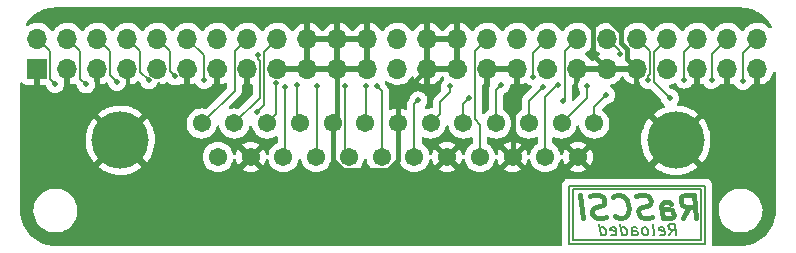
<source format=gbl>
G04 #@! TF.GenerationSoftware,KiCad,Pcbnew,(6.0.4)*
G04 #@! TF.CreationDate,2022-08-08T14:08:18-05:00*
G04 #@! TF.ProjectId,daisy_chain_board,64616973-795f-4636-9861-696e5f626f61,rev?*
G04 #@! TF.SameCoordinates,Original*
G04 #@! TF.FileFunction,Copper,L2,Bot*
G04 #@! TF.FilePolarity,Positive*
%FSLAX46Y46*%
G04 Gerber Fmt 4.6, Leading zero omitted, Abs format (unit mm)*
G04 Created by KiCad (PCBNEW (6.0.4)) date 2022-08-08 14:08:18*
%MOMM*%
%LPD*%
G01*
G04 APERTURE LIST*
G04 #@! TA.AperFunction,NonConductor*
%ADD10C,0.200000*%
G04 #@! TD*
%ADD11C,0.400000*%
G04 #@! TA.AperFunction,NonConductor*
%ADD12C,0.400000*%
G04 #@! TD*
%ADD13C,0.150000*%
G04 #@! TA.AperFunction,NonConductor*
%ADD14C,0.150000*%
G04 #@! TD*
G04 #@! TA.AperFunction,ComponentPad*
%ADD15C,4.845000*%
G04 #@! TD*
G04 #@! TA.AperFunction,ComponentPad*
%ADD16C,1.545000*%
G04 #@! TD*
G04 #@! TA.AperFunction,ComponentPad*
%ADD17O,1.700000X1.700000*%
G04 #@! TD*
G04 #@! TA.AperFunction,ComponentPad*
%ADD18R,1.700000X1.700000*%
G04 #@! TD*
G04 #@! TA.AperFunction,ViaPad*
%ADD19C,0.800000*%
G04 #@! TD*
G04 #@! TA.AperFunction,ViaPad*
%ADD20C,0.500000*%
G04 #@! TD*
G04 #@! TA.AperFunction,Conductor*
%ADD21C,0.400000*%
G04 #@! TD*
G04 #@! TA.AperFunction,Conductor*
%ADD22C,0.200000*%
G04 #@! TD*
G04 #@! TA.AperFunction,Conductor*
%ADD23C,0.150000*%
G04 #@! TD*
G04 #@! TA.AperFunction,Conductor*
%ADD24C,0.250000*%
G04 #@! TD*
G04 APERTURE END LIST*
D10*
X221480000Y-97860000D02*
X233000000Y-97860000D01*
X233000000Y-97860000D02*
X233000000Y-92900000D01*
X233000000Y-92900000D02*
X221480000Y-92900000D01*
X221480000Y-92900000D02*
X221480000Y-97860000D01*
D11*
D12*
X231129011Y-95647761D02*
X231676630Y-94695380D01*
X232271869Y-95647761D02*
X232021869Y-93647761D01*
X231259964Y-93647761D01*
X231081392Y-93743000D01*
X230998059Y-93838238D01*
X230926630Y-94028714D01*
X230962345Y-94314428D01*
X231081392Y-94504904D01*
X231188535Y-94600142D01*
X231390916Y-94695380D01*
X232152821Y-94695380D01*
X229414726Y-95647761D02*
X229283773Y-94600142D01*
X229355202Y-94409666D01*
X229533773Y-94314428D01*
X229914726Y-94314428D01*
X230117107Y-94409666D01*
X229402821Y-95552523D02*
X229605202Y-95647761D01*
X230081392Y-95647761D01*
X230259964Y-95552523D01*
X230331392Y-95362047D01*
X230307583Y-95171571D01*
X230188535Y-94981095D01*
X229986154Y-94885857D01*
X229509964Y-94885857D01*
X229307583Y-94790619D01*
X228545678Y-95552523D02*
X228271869Y-95647761D01*
X227795678Y-95647761D01*
X227593297Y-95552523D01*
X227486154Y-95457285D01*
X227367107Y-95266809D01*
X227343297Y-95076333D01*
X227414726Y-94885857D01*
X227498059Y-94790619D01*
X227676630Y-94695380D01*
X228045678Y-94600142D01*
X228224250Y-94504904D01*
X228307583Y-94409666D01*
X228379011Y-94219190D01*
X228355202Y-94028714D01*
X228236154Y-93838238D01*
X228129011Y-93743000D01*
X227926630Y-93647761D01*
X227450440Y-93647761D01*
X227176630Y-93743000D01*
X225390916Y-95457285D02*
X225498059Y-95552523D01*
X225795678Y-95647761D01*
X225986154Y-95647761D01*
X226259964Y-95552523D01*
X226426630Y-95362047D01*
X226498059Y-95171571D01*
X226545678Y-94790619D01*
X226509964Y-94504904D01*
X226367107Y-94123952D01*
X226248059Y-93933476D01*
X226033773Y-93743000D01*
X225736154Y-93647761D01*
X225545678Y-93647761D01*
X225271869Y-93743000D01*
X225188535Y-93838238D01*
X224640916Y-95552523D02*
X224367107Y-95647761D01*
X223890916Y-95647761D01*
X223688535Y-95552523D01*
X223581392Y-95457285D01*
X223462345Y-95266809D01*
X223438535Y-95076333D01*
X223509964Y-94885857D01*
X223593297Y-94790619D01*
X223771869Y-94695380D01*
X224140916Y-94600142D01*
X224319488Y-94504904D01*
X224402821Y-94409666D01*
X224474250Y-94219190D01*
X224450440Y-94028714D01*
X224331392Y-93838238D01*
X224224250Y-93743000D01*
X224021869Y-93647761D01*
X223545678Y-93647761D01*
X223271869Y-93743000D01*
X222652821Y-95647761D02*
X222402821Y-93647761D01*
D13*
D14*
X229986720Y-97100380D02*
X230260529Y-96624190D01*
X230558148Y-97100380D02*
X230433148Y-96100380D01*
X230052196Y-96100380D01*
X229962910Y-96148000D01*
X229921244Y-96195619D01*
X229885529Y-96290857D01*
X229903386Y-96433714D01*
X229962910Y-96528952D01*
X230016482Y-96576571D01*
X230117672Y-96624190D01*
X230498625Y-96624190D01*
X229171244Y-97052761D02*
X229272434Y-97100380D01*
X229462910Y-97100380D01*
X229552196Y-97052761D01*
X229587910Y-96957523D01*
X229540291Y-96576571D01*
X229480767Y-96481333D01*
X229379577Y-96433714D01*
X229189101Y-96433714D01*
X229099815Y-96481333D01*
X229064101Y-96576571D01*
X229076005Y-96671809D01*
X229564101Y-96767047D01*
X228558148Y-97100380D02*
X228647434Y-97052761D01*
X228683148Y-96957523D01*
X228576005Y-96100380D01*
X228034339Y-97100380D02*
X228123625Y-97052761D01*
X228165291Y-97005142D01*
X228201005Y-96909904D01*
X228165291Y-96624190D01*
X228105767Y-96528952D01*
X228052196Y-96481333D01*
X227951005Y-96433714D01*
X227808148Y-96433714D01*
X227718863Y-96481333D01*
X227677196Y-96528952D01*
X227641482Y-96624190D01*
X227677196Y-96909904D01*
X227736720Y-97005142D01*
X227790291Y-97052761D01*
X227891482Y-97100380D01*
X228034339Y-97100380D01*
X226843863Y-97100380D02*
X226778386Y-96576571D01*
X226814101Y-96481333D01*
X226903386Y-96433714D01*
X227093863Y-96433714D01*
X227195053Y-96481333D01*
X226837910Y-97052761D02*
X226939101Y-97100380D01*
X227177196Y-97100380D01*
X227266482Y-97052761D01*
X227302196Y-96957523D01*
X227290291Y-96862285D01*
X227230767Y-96767047D01*
X227129577Y-96719428D01*
X226891482Y-96719428D01*
X226790291Y-96671809D01*
X225939101Y-97100380D02*
X225814101Y-96100380D01*
X225933148Y-97052761D02*
X226034339Y-97100380D01*
X226224815Y-97100380D01*
X226314101Y-97052761D01*
X226355767Y-97005142D01*
X226391482Y-96909904D01*
X226355767Y-96624190D01*
X226296244Y-96528952D01*
X226242672Y-96481333D01*
X226141482Y-96433714D01*
X225951005Y-96433714D01*
X225861720Y-96481333D01*
X225076005Y-97052761D02*
X225177196Y-97100380D01*
X225367672Y-97100380D01*
X225456958Y-97052761D01*
X225492672Y-96957523D01*
X225445053Y-96576571D01*
X225385529Y-96481333D01*
X225284339Y-96433714D01*
X225093863Y-96433714D01*
X225004577Y-96481333D01*
X224968863Y-96576571D01*
X224980767Y-96671809D01*
X225468863Y-96767047D01*
X224177196Y-97100380D02*
X224052196Y-96100380D01*
X224171244Y-97052761D02*
X224272434Y-97100380D01*
X224462910Y-97100380D01*
X224552196Y-97052761D01*
X224593863Y-97005142D01*
X224629577Y-96909904D01*
X224593863Y-96624190D01*
X224534339Y-96528952D01*
X224480767Y-96481333D01*
X224379577Y-96433714D01*
X224189101Y-96433714D01*
X224099815Y-96481333D01*
D10*
X221805000Y-97530000D02*
X232695000Y-97530000D01*
X232695000Y-97530000D02*
X232695000Y-93210000D01*
X232695000Y-93210000D02*
X221805000Y-93210000D01*
X221805000Y-93210000D02*
X221805000Y-97530000D01*
D15*
X183480000Y-89050000D03*
X230520000Y-89050000D03*
D16*
X191765000Y-90470000D03*
X194535000Y-90470000D03*
X197305000Y-90470000D03*
X200075000Y-90470000D03*
X202845000Y-90470000D03*
X205615000Y-90470000D03*
X208385000Y-90470000D03*
X211155000Y-90470000D03*
X213925000Y-90470000D03*
X216695000Y-90470000D03*
X219465000Y-90470000D03*
X222235000Y-90470000D03*
X190380000Y-87630000D03*
X193150000Y-87630000D03*
X195920000Y-87630000D03*
X198690000Y-87630000D03*
X201460000Y-87630000D03*
X204230000Y-87630000D03*
X207000000Y-87630000D03*
X209770000Y-87630000D03*
X212540000Y-87630000D03*
X215310000Y-87630000D03*
X218080000Y-87630000D03*
X220850000Y-87630000D03*
X223620000Y-87630000D03*
D17*
X237426500Y-80454500D03*
X237426500Y-82994500D03*
X234886500Y-80454500D03*
X234886500Y-82994500D03*
X232346500Y-80454500D03*
X232346500Y-82994500D03*
X229806500Y-80454500D03*
X229806500Y-82994500D03*
X227266500Y-80454500D03*
X227266500Y-82994500D03*
X224726500Y-80454500D03*
X224726500Y-82994500D03*
X222186500Y-80454500D03*
X222186500Y-82994500D03*
X219646500Y-80454500D03*
X219646500Y-82994500D03*
X217106500Y-80454500D03*
X217106500Y-82994500D03*
X214566500Y-80454500D03*
X214566500Y-82994500D03*
X212026500Y-80454500D03*
X212026500Y-82994500D03*
X209486500Y-80454500D03*
X209486500Y-82994500D03*
X206946500Y-80454500D03*
X206946500Y-82994500D03*
X204406500Y-80454500D03*
X204406500Y-82994500D03*
X201866500Y-80454500D03*
X201866500Y-82994500D03*
X199326500Y-80454500D03*
X199326500Y-82994500D03*
X196786500Y-80454500D03*
X196786500Y-82994500D03*
X194246500Y-80454500D03*
X194246500Y-82994500D03*
X191706500Y-80454500D03*
X191706500Y-82994500D03*
X189166500Y-80454500D03*
X189166500Y-82994500D03*
X186626500Y-80454500D03*
X186626500Y-82994500D03*
X184086500Y-80454500D03*
X184086500Y-82994500D03*
X181546500Y-80454500D03*
X181546500Y-82994500D03*
X179006500Y-80454500D03*
X179006500Y-82994500D03*
X176466500Y-80454500D03*
D18*
X176466500Y-82994500D03*
D19*
X194564000Y-88519000D03*
D20*
X233550000Y-83950000D03*
X224619308Y-85214713D03*
X228193502Y-83950000D03*
X223017950Y-84430159D03*
X218470000Y-83672990D03*
X211387010Y-84484832D03*
X208730000Y-85670000D03*
X230028947Y-85465648D03*
X215740000Y-84360000D03*
X225760000Y-81720000D03*
X220930000Y-85750000D03*
X213012489Y-85489064D03*
X195060000Y-86650000D03*
X205192489Y-84485265D03*
X177980000Y-84280000D03*
X204320000Y-84430000D03*
X180570000Y-84330000D03*
X202550000Y-84480000D03*
X200150000Y-84430000D03*
X183202424Y-84102989D03*
X198480000Y-84380000D03*
X185893529Y-83978968D03*
X197420000Y-84550000D03*
X188130504Y-83651957D03*
X190580000Y-83950000D03*
X196710000Y-84234946D03*
X195173502Y-81827449D03*
X236200000Y-84020000D03*
X219236247Y-84548511D03*
X231254940Y-83921502D03*
X220571042Y-84385360D03*
D21*
X201866500Y-87225100D02*
X201461600Y-87630000D01*
X201866500Y-82994500D02*
X201866500Y-87225100D01*
X207001600Y-90712262D02*
X207001600Y-87630000D01*
X206144361Y-91569501D02*
X207001600Y-90712262D01*
X202318839Y-91569501D02*
X206144361Y-91569501D01*
X201461600Y-90712262D02*
X202318839Y-91569501D01*
X201461600Y-87630000D02*
X201461600Y-90712262D01*
X207001600Y-85479400D02*
X207001600Y-87630000D01*
X209486500Y-82994500D02*
X207001600Y-85479400D01*
X216696600Y-84606481D02*
X216696600Y-90470000D01*
X217106500Y-84196581D02*
X216696600Y-84606481D01*
X217106500Y-82994500D02*
X217106500Y-84196581D01*
X223540000Y-78440000D02*
X220950000Y-78440000D01*
X225903501Y-79889539D02*
X224453962Y-78440000D01*
X225903501Y-80833463D02*
X225903501Y-79889539D01*
X226416501Y-81346463D02*
X225903501Y-80833463D01*
X226416501Y-82144501D02*
X226416501Y-81346463D01*
X227266500Y-82994500D02*
X226416501Y-82144501D01*
X223549499Y-78449499D02*
X223540000Y-78440000D01*
X223549499Y-81817499D02*
X223549499Y-78449499D01*
X224726500Y-82994500D02*
X223549499Y-81817499D01*
X224453962Y-78440000D02*
X223540000Y-78440000D01*
X217015538Y-78803500D02*
X217932000Y-78803500D01*
D22*
X233550000Y-81791000D02*
X234886500Y-80454500D01*
X233550000Y-83950000D02*
X233550000Y-81791000D01*
X223621600Y-87630000D02*
X223621600Y-86212421D01*
X223621600Y-86212421D02*
X224619308Y-85214713D01*
X228193502Y-83596447D02*
X228193502Y-83950000D01*
X227266500Y-80454500D02*
X228343501Y-81531501D01*
X228343501Y-83446448D02*
X228193502Y-83596447D01*
X228343501Y-81531501D02*
X228343501Y-83446448D01*
X220851600Y-87630000D02*
X223017950Y-85463650D01*
X223017950Y-85463650D02*
X223017950Y-84430159D01*
X218470000Y-81631000D02*
X218470000Y-83672990D01*
X219646500Y-80454500D02*
X218470000Y-81631000D01*
X211387010Y-84991212D02*
X211387010Y-84484832D01*
X210544099Y-86857501D02*
X210544099Y-85834123D01*
X210544099Y-85834123D02*
X211387010Y-84991212D01*
X209771600Y-87630000D02*
X210544099Y-86857501D01*
X208386600Y-86013400D02*
X208386600Y-90470000D01*
X208730000Y-85670000D02*
X208386600Y-86013400D01*
X228670512Y-84107213D02*
X230028947Y-85465648D01*
X229806500Y-80454500D02*
X228670512Y-81590488D01*
X228670512Y-81590488D02*
X228670512Y-84107213D01*
X215311600Y-84788400D02*
X215740000Y-84360000D01*
X215311600Y-87630000D02*
X215311600Y-84788400D01*
D23*
X225760000Y-81488000D02*
X225760000Y-81720000D01*
X224726500Y-80454500D02*
X225760000Y-81488000D01*
D22*
X221109499Y-81531501D02*
X221109499Y-85570501D01*
X221109499Y-85570501D02*
X220930000Y-85750000D01*
X222186500Y-80454500D02*
X221109499Y-81531501D01*
X212541600Y-85959953D02*
X213012489Y-85489064D01*
X212541600Y-87630000D02*
X212541600Y-85959953D01*
X213926600Y-87724262D02*
X213926600Y-90470000D01*
X213489499Y-87287161D02*
X213926600Y-87724262D01*
X213489499Y-81531501D02*
X213489499Y-87287161D01*
X214566500Y-80454500D02*
X213489499Y-81531501D01*
X195650512Y-81590488D02*
X196786500Y-80454500D01*
X195650512Y-86059488D02*
X195650512Y-81590488D01*
X195060000Y-86650000D02*
X195650512Y-86059488D01*
X205616600Y-84909376D02*
X205442488Y-84735264D01*
X205616600Y-90470000D02*
X205616600Y-84909376D01*
X205442488Y-84735264D02*
X205192489Y-84485265D01*
X177543501Y-83843501D02*
X177980000Y-84280000D01*
X176466500Y-80454500D02*
X177543501Y-81531501D01*
X177543501Y-81531501D02*
X177543501Y-83843501D01*
X204320000Y-87541600D02*
X204231600Y-87630000D01*
X204320000Y-84430000D02*
X204320000Y-87541600D01*
X180083501Y-83843501D02*
X180570000Y-84330000D01*
X179006500Y-80454500D02*
X180083501Y-81531501D01*
X180083501Y-81531501D02*
X180083501Y-83843501D01*
X202550000Y-90173400D02*
X202846600Y-90470000D01*
X202550000Y-84480000D02*
X202550000Y-90173400D01*
X200150000Y-90396600D02*
X200076600Y-90470000D01*
X200150000Y-84430000D02*
X200150000Y-90396600D01*
X182623501Y-83524066D02*
X183202424Y-84102989D01*
X182623501Y-81531501D02*
X182623501Y-83524066D01*
X181546500Y-80454500D02*
X182623501Y-81531501D01*
X198480000Y-87418400D02*
X198691600Y-87630000D01*
X198480000Y-84380000D02*
X198480000Y-87418400D01*
X185163501Y-81531501D02*
X185163501Y-83248940D01*
X184086500Y-80454500D02*
X185163501Y-81531501D01*
X185163501Y-83248940D02*
X185893529Y-83978968D01*
X197420000Y-90356600D02*
X197306600Y-90470000D01*
X197420000Y-84550000D02*
X197420000Y-90356600D01*
X187703501Y-81531501D02*
X187703501Y-83224954D01*
X187703501Y-83224954D02*
X188130504Y-83651957D01*
X186626500Y-80454500D02*
X187703501Y-81531501D01*
D24*
X188785500Y-80073500D02*
X189166500Y-80454500D01*
D22*
X189166500Y-80454500D02*
X190580000Y-81868000D01*
X190580000Y-81868000D02*
X190580000Y-83950000D01*
X196710000Y-86841600D02*
X196710000Y-84234946D01*
X195921600Y-87630000D02*
X196710000Y-86841600D01*
X193151600Y-87630000D02*
X195323501Y-85458099D01*
X195323501Y-82331001D02*
X195173502Y-82181002D01*
X195323501Y-85458099D02*
X195323501Y-82331001D01*
X195173502Y-82181002D02*
X195173502Y-81827449D01*
X193169499Y-84842101D02*
X190381600Y-87630000D01*
X193169499Y-81531501D02*
X193169499Y-84842101D01*
X194246500Y-80454500D02*
X193169499Y-81531501D01*
X236200000Y-81681000D02*
X237426500Y-80454500D01*
X236200000Y-84020000D02*
X236200000Y-81681000D01*
X218081600Y-87630000D02*
X218081600Y-85703158D01*
X218081600Y-85703158D02*
X219236247Y-84548511D01*
X231254940Y-81546060D02*
X231254940Y-83921502D01*
X232346500Y-80454500D02*
X231254940Y-81546060D01*
X219466600Y-85404208D02*
X220501830Y-84368978D01*
X220501830Y-84368978D02*
X220554660Y-84368978D01*
X219466600Y-90470000D02*
X219466600Y-85404208D01*
X220554660Y-84368978D02*
X220571042Y-84385360D01*
G04 #@! TA.AperFunction,Conductor*
G36*
X176877122Y-82760502D02*
G01*
X176923615Y-82814158D01*
X176935001Y-82866500D01*
X176935001Y-83122500D01*
X176914999Y-83190621D01*
X176861343Y-83237114D01*
X176809001Y-83248500D01*
X176738615Y-83248500D01*
X176723376Y-83252975D01*
X176722171Y-83254365D01*
X176720500Y-83262048D01*
X176720500Y-84334384D01*
X176724975Y-84349623D01*
X176726365Y-84350828D01*
X176734048Y-84352499D01*
X177113832Y-84352499D01*
X177181953Y-84372501D01*
X177228446Y-84426157D01*
X177233390Y-84438727D01*
X177259993Y-84518699D01*
X177287094Y-84600167D01*
X177290741Y-84606189D01*
X177290742Y-84606191D01*
X177365059Y-84728902D01*
X177375246Y-84745723D01*
X177493455Y-84868132D01*
X177556591Y-84909447D01*
X177617435Y-84949262D01*
X177635846Y-84961310D01*
X177642450Y-84963766D01*
X177642452Y-84963767D01*
X177678844Y-84977301D01*
X177795341Y-85020626D01*
X177964015Y-85043132D01*
X177971026Y-85042494D01*
X177971030Y-85042494D01*
X178126462Y-85028348D01*
X178133483Y-85027709D01*
X178140185Y-85025531D01*
X178140187Y-85025531D01*
X178288623Y-84977301D01*
X178288626Y-84977300D01*
X178295322Y-84975124D01*
X178441490Y-84887990D01*
X178446584Y-84883139D01*
X178446588Y-84883136D01*
X178518381Y-84814768D01*
X178564721Y-84770639D01*
X178570755Y-84761558D01*
X178621889Y-84684595D01*
X178658891Y-84628902D01*
X178719319Y-84469825D01*
X178722280Y-84448759D01*
X178732225Y-84377992D01*
X178738362Y-84353086D01*
X178752500Y-84313565D01*
X178752500Y-83266615D01*
X178748025Y-83251376D01*
X178746635Y-83250171D01*
X178738952Y-83248500D01*
X178278001Y-83248500D01*
X178209880Y-83228498D01*
X178163387Y-83174842D01*
X178152001Y-83122500D01*
X178152001Y-82866500D01*
X178172003Y-82798379D01*
X178225659Y-82751886D01*
X178278001Y-82740500D01*
X179349001Y-82740500D01*
X179417122Y-82760502D01*
X179463615Y-82814158D01*
X179475001Y-82866500D01*
X179475001Y-83122500D01*
X179454999Y-83190621D01*
X179401343Y-83237114D01*
X179349001Y-83248500D01*
X179278615Y-83248500D01*
X179263376Y-83252975D01*
X179262171Y-83254365D01*
X179260500Y-83262048D01*
X179260500Y-84313017D01*
X179264564Y-84326859D01*
X179277978Y-84328893D01*
X179284684Y-84328034D01*
X179294762Y-84325892D01*
X179498748Y-84264693D01*
X179508352Y-84260929D01*
X179512149Y-84259069D01*
X179582123Y-84247063D01*
X179647431Y-84274773D01*
X179649514Y-84277488D01*
X179655645Y-84282193D01*
X179655650Y-84282197D01*
X179674880Y-84296953D01*
X179687271Y-84307820D01*
X179786612Y-84407161D01*
X179820638Y-84469473D01*
X179822177Y-84479259D01*
X179822694Y-84481690D01*
X179823381Y-84488699D01*
X179825605Y-84495384D01*
X179825605Y-84495385D01*
X179836951Y-84529492D01*
X179877094Y-84650167D01*
X179880741Y-84656189D01*
X179880742Y-84656191D01*
X179958711Y-84784932D01*
X179965246Y-84795723D01*
X180083455Y-84918132D01*
X180118514Y-84941074D01*
X180211179Y-85001712D01*
X180225846Y-85011310D01*
X180232450Y-85013766D01*
X180232452Y-85013767D01*
X180279051Y-85031097D01*
X180385341Y-85070626D01*
X180554015Y-85093132D01*
X180561026Y-85092494D01*
X180561030Y-85092494D01*
X180716462Y-85078348D01*
X180723483Y-85077709D01*
X180730185Y-85075531D01*
X180730187Y-85075531D01*
X180878623Y-85027301D01*
X180878626Y-85027300D01*
X180885322Y-85025124D01*
X181031490Y-84937990D01*
X181036584Y-84933139D01*
X181036588Y-84933136D01*
X181110170Y-84863064D01*
X181154721Y-84820639D01*
X181164321Y-84806191D01*
X181209492Y-84738202D01*
X181248891Y-84678902D01*
X181309319Y-84519825D01*
X181333001Y-84351313D01*
X181333238Y-84334384D01*
X181333244Y-84333961D01*
X181333244Y-84333955D01*
X181333299Y-84330000D01*
X181314331Y-84160892D01*
X181306608Y-84138713D01*
X181299509Y-84118329D01*
X181292500Y-84076892D01*
X181292500Y-83266615D01*
X181288025Y-83251376D01*
X181286635Y-83250171D01*
X181278952Y-83248500D01*
X180818001Y-83248500D01*
X180749880Y-83228498D01*
X180703387Y-83174842D01*
X180692001Y-83122500D01*
X180692001Y-82866500D01*
X180712003Y-82798379D01*
X180765659Y-82751886D01*
X180818001Y-82740500D01*
X181889001Y-82740500D01*
X181957122Y-82760502D01*
X182003615Y-82814158D01*
X182015001Y-82866500D01*
X182015001Y-83122500D01*
X181994999Y-83190621D01*
X181941343Y-83237114D01*
X181889001Y-83248500D01*
X181818615Y-83248500D01*
X181803376Y-83252975D01*
X181802171Y-83254365D01*
X181800500Y-83262048D01*
X181800500Y-84313017D01*
X181804564Y-84326859D01*
X181817978Y-84328893D01*
X181824684Y-84328034D01*
X181834762Y-84325892D01*
X182038755Y-84264691D01*
X182048342Y-84260933D01*
X182239598Y-84167238D01*
X182248440Y-84161967D01*
X182250562Y-84160453D01*
X182251560Y-84160107D01*
X182252888Y-84159315D01*
X182253051Y-84159589D01*
X182317636Y-84137180D01*
X182386644Y-84153865D01*
X182412824Y-84173938D01*
X182419036Y-84180150D01*
X182453062Y-84242462D01*
X182454601Y-84252248D01*
X182455118Y-84254679D01*
X182455805Y-84261688D01*
X182458029Y-84268373D01*
X182458029Y-84268374D01*
X182469959Y-84304238D01*
X182509518Y-84423156D01*
X182513165Y-84429178D01*
X182513166Y-84429180D01*
X182591177Y-84557990D01*
X182597670Y-84568712D01*
X182715879Y-84691121D01*
X182778786Y-84732286D01*
X182851088Y-84779599D01*
X182858270Y-84784299D01*
X182864874Y-84786755D01*
X182864876Y-84786756D01*
X182908993Y-84803163D01*
X183017765Y-84843615D01*
X183186439Y-84866121D01*
X183193450Y-84865483D01*
X183193454Y-84865483D01*
X183348886Y-84851337D01*
X183355907Y-84850698D01*
X183362609Y-84848520D01*
X183362611Y-84848520D01*
X183511047Y-84800290D01*
X183511050Y-84800289D01*
X183517746Y-84798113D01*
X183663914Y-84710979D01*
X183669008Y-84706128D01*
X183669012Y-84706125D01*
X183749424Y-84629549D01*
X183787145Y-84593628D01*
X183795078Y-84581689D01*
X183845872Y-84505237D01*
X183881315Y-84451891D01*
X183941743Y-84292814D01*
X183943600Y-84279604D01*
X183946117Y-84261688D01*
X183965425Y-84124302D01*
X183965573Y-84113742D01*
X183965668Y-84106950D01*
X183965668Y-84106944D01*
X183965723Y-84102989D01*
X183946755Y-83933881D01*
X183890792Y-83773178D01*
X183869918Y-83739772D01*
X183851646Y-83710532D01*
X183832500Y-83643762D01*
X183832500Y-83266615D01*
X183828025Y-83251376D01*
X183826635Y-83250171D01*
X183818952Y-83248500D01*
X183358001Y-83248500D01*
X183289880Y-83228498D01*
X183243387Y-83174842D01*
X183232001Y-83122500D01*
X183232001Y-82866500D01*
X183252003Y-82798379D01*
X183305659Y-82751886D01*
X183358001Y-82740500D01*
X184429001Y-82740500D01*
X184497122Y-82760502D01*
X184543615Y-82814158D01*
X184555001Y-82866500D01*
X184555001Y-83122500D01*
X184534999Y-83190621D01*
X184481343Y-83237114D01*
X184429001Y-83248500D01*
X184358615Y-83248500D01*
X184343376Y-83252975D01*
X184342171Y-83254365D01*
X184340500Y-83262048D01*
X184340500Y-84313017D01*
X184344564Y-84326859D01*
X184357978Y-84328893D01*
X184364684Y-84328034D01*
X184374762Y-84325892D01*
X184578755Y-84264691D01*
X184588342Y-84260933D01*
X184779595Y-84167239D01*
X184788445Y-84161964D01*
X184948440Y-84047841D01*
X185015513Y-84024567D01*
X185084522Y-84041251D01*
X185133556Y-84092595D01*
X185144854Y-84124219D01*
X185146223Y-84130656D01*
X185146910Y-84137667D01*
X185200623Y-84299135D01*
X185204270Y-84305157D01*
X185204271Y-84305159D01*
X185282277Y-84433961D01*
X185288775Y-84444691D01*
X185406984Y-84567100D01*
X185466721Y-84606191D01*
X185533924Y-84650167D01*
X185549375Y-84660278D01*
X185555979Y-84662734D01*
X185555981Y-84662735D01*
X185592373Y-84676269D01*
X185708870Y-84719594D01*
X185877544Y-84742100D01*
X185884555Y-84741462D01*
X185884559Y-84741462D01*
X186039991Y-84727316D01*
X186047012Y-84726677D01*
X186053714Y-84724499D01*
X186053716Y-84724499D01*
X186202152Y-84676269D01*
X186202155Y-84676268D01*
X186208851Y-84674092D01*
X186355019Y-84586958D01*
X186360113Y-84582107D01*
X186360117Y-84582104D01*
X186432166Y-84513492D01*
X186478250Y-84469607D01*
X186572420Y-84327870D01*
X186632848Y-84168793D01*
X186633270Y-84165791D01*
X186668774Y-84106146D01*
X186732306Y-84074458D01*
X186802885Y-84082148D01*
X186858102Y-84126776D01*
X186880500Y-84198488D01*
X186880500Y-84313017D01*
X186884564Y-84326859D01*
X186897978Y-84328893D01*
X186904684Y-84328034D01*
X186914762Y-84325892D01*
X187118755Y-84264691D01*
X187128342Y-84260933D01*
X187319595Y-84167239D01*
X187328447Y-84161962D01*
X187382209Y-84123614D01*
X187449282Y-84100340D01*
X187518291Y-84117023D01*
X187546015Y-84138665D01*
X187643959Y-84240089D01*
X187696994Y-84274794D01*
X187779666Y-84328893D01*
X187786350Y-84333267D01*
X187792954Y-84335723D01*
X187792956Y-84335724D01*
X187846393Y-84355597D01*
X187945845Y-84392583D01*
X188114519Y-84415089D01*
X188121530Y-84414451D01*
X188121534Y-84414451D01*
X188276966Y-84400305D01*
X188283987Y-84399666D01*
X188290689Y-84397488D01*
X188290691Y-84397488D01*
X188439127Y-84349258D01*
X188439130Y-84349257D01*
X188445826Y-84347081D01*
X188571368Y-84272243D01*
X188640122Y-84254543D01*
X188680834Y-84262762D01*
X188781501Y-84301203D01*
X188791399Y-84304079D01*
X188894750Y-84325106D01*
X188908799Y-84323910D01*
X188912500Y-84313565D01*
X188912500Y-83266615D01*
X188908025Y-83251376D01*
X188906635Y-83250171D01*
X188898952Y-83248500D01*
X188842695Y-83248500D01*
X188774574Y-83228498D01*
X188735842Y-83189271D01*
X188732432Y-83183813D01*
X188732427Y-83183806D01*
X188728696Y-83177836D01*
X188608790Y-83057089D01*
X188572087Y-83033796D01*
X188476106Y-82972885D01*
X188429307Y-82919496D01*
X188418802Y-82849281D01*
X188447926Y-82784533D01*
X188507432Y-82745809D01*
X188543620Y-82740500D01*
X189845500Y-82740500D01*
X189913621Y-82760502D01*
X189960114Y-82814158D01*
X189971500Y-82866500D01*
X189971500Y-83122500D01*
X189951498Y-83190621D01*
X189897842Y-83237114D01*
X189845500Y-83248500D01*
X189438615Y-83248500D01*
X189423376Y-83252975D01*
X189422171Y-83254365D01*
X189420500Y-83262048D01*
X189420500Y-84313017D01*
X189424564Y-84326859D01*
X189437978Y-84328893D01*
X189444684Y-84328034D01*
X189454762Y-84325892D01*
X189658755Y-84264691D01*
X189668342Y-84260934D01*
X189729226Y-84231106D01*
X189799200Y-84219099D01*
X189864557Y-84246829D01*
X189892435Y-84278986D01*
X189892809Y-84279604D01*
X189970061Y-84407161D01*
X189975246Y-84415723D01*
X190093455Y-84538132D01*
X190147925Y-84573776D01*
X190223355Y-84623136D01*
X190235846Y-84631310D01*
X190242450Y-84633766D01*
X190242452Y-84633767D01*
X190303364Y-84656420D01*
X190395341Y-84690626D01*
X190564015Y-84713132D01*
X190571026Y-84712494D01*
X190571030Y-84712494D01*
X190726462Y-84698348D01*
X190733483Y-84697709D01*
X190740185Y-84695531D01*
X190740187Y-84695531D01*
X190888623Y-84647301D01*
X190888626Y-84647300D01*
X190895322Y-84645124D01*
X191041490Y-84557990D01*
X191046584Y-84553139D01*
X191046588Y-84553136D01*
X191128230Y-84475389D01*
X191164721Y-84440639D01*
X191217552Y-84361122D01*
X191271908Y-84315453D01*
X191347619Y-84307379D01*
X191434749Y-84325106D01*
X191448799Y-84323910D01*
X191452500Y-84313565D01*
X191452500Y-83266615D01*
X191448025Y-83251376D01*
X191446635Y-83250171D01*
X191438952Y-83248500D01*
X191314500Y-83248500D01*
X191246379Y-83228498D01*
X191199886Y-83174842D01*
X191188500Y-83122500D01*
X191188500Y-82866500D01*
X191208502Y-82798379D01*
X191262158Y-82751886D01*
X191314500Y-82740500D01*
X192434999Y-82740500D01*
X192503120Y-82760502D01*
X192549613Y-82814158D01*
X192560999Y-82866500D01*
X192560999Y-83122500D01*
X192540997Y-83190621D01*
X192487341Y-83237114D01*
X192434999Y-83248500D01*
X191978615Y-83248500D01*
X191963376Y-83252975D01*
X191962171Y-83254365D01*
X191960500Y-83262048D01*
X191960500Y-84313017D01*
X191964564Y-84326859D01*
X191977978Y-84328893D01*
X191984684Y-84328034D01*
X191994762Y-84325892D01*
X192198755Y-84264691D01*
X192208342Y-84260933D01*
X192379566Y-84177051D01*
X192449540Y-84165044D01*
X192514897Y-84192774D01*
X192554887Y-84251437D01*
X192560999Y-84290202D01*
X192560999Y-84537862D01*
X192540997Y-84605983D01*
X192524094Y-84626957D01*
X190799940Y-86351111D01*
X190737628Y-86385137D01*
X190678234Y-86383723D01*
X190608608Y-86365067D01*
X190608606Y-86365067D01*
X190603293Y-86363643D01*
X190380000Y-86344107D01*
X190156707Y-86363643D01*
X190151394Y-86365067D01*
X190151392Y-86365067D01*
X189945509Y-86420233D01*
X189945507Y-86420234D01*
X189940199Y-86421656D01*
X189935218Y-86423978D01*
X189935217Y-86423979D01*
X189742041Y-86514058D01*
X189742036Y-86514061D01*
X189737054Y-86516384D01*
X189732548Y-86519539D01*
X189732545Y-86519541D01*
X189557955Y-86641790D01*
X189557952Y-86641792D01*
X189553444Y-86644949D01*
X189394949Y-86803444D01*
X189391792Y-86807952D01*
X189391790Y-86807955D01*
X189308500Y-86926906D01*
X189266384Y-86987054D01*
X189264061Y-86992036D01*
X189264058Y-86992041D01*
X189179695Y-87172960D01*
X189171656Y-87190199D01*
X189170234Y-87195507D01*
X189170233Y-87195509D01*
X189152065Y-87263314D01*
X189113643Y-87406707D01*
X189094107Y-87630000D01*
X189113643Y-87853293D01*
X189171656Y-88069801D01*
X189173978Y-88074782D01*
X189173979Y-88074783D01*
X189264058Y-88267959D01*
X189264061Y-88267964D01*
X189266384Y-88272946D01*
X189269540Y-88277453D01*
X189269541Y-88277455D01*
X189343625Y-88383257D01*
X189394949Y-88456556D01*
X189553444Y-88615051D01*
X189737053Y-88743616D01*
X189742035Y-88745939D01*
X189742040Y-88745942D01*
X189897750Y-88818550D01*
X189940199Y-88838344D01*
X189945507Y-88839766D01*
X189945509Y-88839767D01*
X190151392Y-88894933D01*
X190151394Y-88894933D01*
X190156707Y-88896357D01*
X190380000Y-88915893D01*
X190603293Y-88896357D01*
X190608606Y-88894933D01*
X190608608Y-88894933D01*
X190814491Y-88839767D01*
X190814493Y-88839766D01*
X190819801Y-88838344D01*
X190862250Y-88818550D01*
X191017960Y-88745942D01*
X191017965Y-88745939D01*
X191022947Y-88743616D01*
X191206556Y-88615051D01*
X191365051Y-88456556D01*
X191416376Y-88383257D01*
X191490459Y-88277455D01*
X191490460Y-88277453D01*
X191493616Y-88272946D01*
X191495939Y-88267964D01*
X191495942Y-88267959D01*
X191586021Y-88074783D01*
X191586022Y-88074782D01*
X191588344Y-88069801D01*
X191643293Y-87864728D01*
X191680245Y-87804105D01*
X191744105Y-87773084D01*
X191814600Y-87781512D01*
X191869347Y-87826715D01*
X191886707Y-87864728D01*
X191941656Y-88069801D01*
X191943978Y-88074782D01*
X191943979Y-88074783D01*
X192034058Y-88267959D01*
X192034061Y-88267964D01*
X192036384Y-88272946D01*
X192039540Y-88277453D01*
X192039541Y-88277455D01*
X192113625Y-88383257D01*
X192164949Y-88456556D01*
X192323444Y-88615051D01*
X192507053Y-88743616D01*
X192512035Y-88745939D01*
X192512040Y-88745942D01*
X192667750Y-88818550D01*
X192710199Y-88838344D01*
X192715507Y-88839766D01*
X192715509Y-88839767D01*
X192921392Y-88894933D01*
X192921394Y-88894933D01*
X192926707Y-88896357D01*
X193150000Y-88915893D01*
X193373293Y-88896357D01*
X193378606Y-88894933D01*
X193378608Y-88894933D01*
X193584491Y-88839767D01*
X193584493Y-88839766D01*
X193589801Y-88838344D01*
X193632250Y-88818550D01*
X193787960Y-88745942D01*
X193787965Y-88745939D01*
X193792947Y-88743616D01*
X193976556Y-88615051D01*
X194135051Y-88456556D01*
X194186376Y-88383257D01*
X194260459Y-88277455D01*
X194260460Y-88277453D01*
X194263616Y-88272946D01*
X194265939Y-88267964D01*
X194265942Y-88267959D01*
X194356021Y-88074783D01*
X194356022Y-88074782D01*
X194358344Y-88069801D01*
X194413293Y-87864728D01*
X194450245Y-87804105D01*
X194514105Y-87773084D01*
X194584600Y-87781512D01*
X194639347Y-87826715D01*
X194656707Y-87864728D01*
X194711656Y-88069801D01*
X194713978Y-88074782D01*
X194713979Y-88074783D01*
X194804058Y-88267959D01*
X194804061Y-88267964D01*
X194806384Y-88272946D01*
X194809540Y-88277453D01*
X194809541Y-88277455D01*
X194883625Y-88383257D01*
X194934949Y-88456556D01*
X195093444Y-88615051D01*
X195277053Y-88743616D01*
X195282035Y-88745939D01*
X195282040Y-88745942D01*
X195437750Y-88818550D01*
X195480199Y-88838344D01*
X195485507Y-88839766D01*
X195485509Y-88839767D01*
X195691392Y-88894933D01*
X195691394Y-88894933D01*
X195696707Y-88896357D01*
X195920000Y-88915893D01*
X196143293Y-88896357D01*
X196148606Y-88894933D01*
X196148608Y-88894933D01*
X196354491Y-88839767D01*
X196354493Y-88839766D01*
X196359801Y-88838344D01*
X196402250Y-88818550D01*
X196557960Y-88745942D01*
X196557965Y-88745939D01*
X196562947Y-88743616D01*
X196613229Y-88708408D01*
X196680503Y-88685720D01*
X196749363Y-88703005D01*
X196797948Y-88754774D01*
X196811500Y-88811621D01*
X196811500Y-89206425D01*
X196791498Y-89274546D01*
X196738750Y-89320620D01*
X196667041Y-89354058D01*
X196667038Y-89354060D01*
X196662054Y-89356384D01*
X196657550Y-89359538D01*
X196657545Y-89359541D01*
X196482955Y-89481790D01*
X196482952Y-89481792D01*
X196478444Y-89484949D01*
X196319949Y-89643444D01*
X196316792Y-89647952D01*
X196316790Y-89647955D01*
X196226059Y-89777533D01*
X196191384Y-89827054D01*
X196189061Y-89832036D01*
X196189058Y-89832041D01*
X196098979Y-90025217D01*
X196096656Y-90030199D01*
X196095234Y-90035507D01*
X196095233Y-90035509D01*
X196041448Y-90236237D01*
X196004496Y-90296860D01*
X195940635Y-90327881D01*
X195870141Y-90319453D01*
X195815394Y-90274250D01*
X195798034Y-90236237D01*
X195744295Y-90035680D01*
X195740549Y-90025388D01*
X195650504Y-89832286D01*
X195645026Y-89822800D01*
X195612746Y-89776698D01*
X195602267Y-89768322D01*
X195588823Y-89775388D01*
X194907021Y-90457189D01*
X194899408Y-90471132D01*
X194899539Y-90472966D01*
X194903790Y-90479580D01*
X195589546Y-91165335D01*
X195601316Y-91171762D01*
X195613330Y-91162467D01*
X195645026Y-91117200D01*
X195650504Y-91107714D01*
X195740549Y-90914612D01*
X195744295Y-90904320D01*
X195798034Y-90703763D01*
X195834986Y-90643140D01*
X195898846Y-90612119D01*
X195969341Y-90620547D01*
X196024088Y-90665750D01*
X196041448Y-90703763D01*
X196078494Y-90842021D01*
X196096656Y-90909801D01*
X196098978Y-90914782D01*
X196098979Y-90914783D01*
X196189058Y-91107959D01*
X196189061Y-91107964D01*
X196191384Y-91112946D01*
X196194540Y-91117453D01*
X196194541Y-91117455D01*
X196311432Y-91284392D01*
X196319949Y-91296556D01*
X196478444Y-91455051D01*
X196482952Y-91458208D01*
X196482955Y-91458210D01*
X196559256Y-91511636D01*
X196662053Y-91583616D01*
X196667035Y-91585939D01*
X196667040Y-91585942D01*
X196859205Y-91675549D01*
X196865199Y-91678344D01*
X196870507Y-91679766D01*
X196870509Y-91679767D01*
X197076392Y-91734933D01*
X197076394Y-91734933D01*
X197081707Y-91736357D01*
X197305000Y-91755893D01*
X197528293Y-91736357D01*
X197533606Y-91734933D01*
X197533608Y-91734933D01*
X197739491Y-91679767D01*
X197739493Y-91679766D01*
X197744801Y-91678344D01*
X197750795Y-91675549D01*
X197942960Y-91585942D01*
X197942965Y-91585939D01*
X197947947Y-91583616D01*
X198050744Y-91511636D01*
X198127045Y-91458210D01*
X198127048Y-91458208D01*
X198131556Y-91455051D01*
X198290051Y-91296556D01*
X198298569Y-91284392D01*
X198415459Y-91117455D01*
X198415460Y-91117453D01*
X198418616Y-91112946D01*
X198420939Y-91107964D01*
X198420942Y-91107959D01*
X198511021Y-90914783D01*
X198511022Y-90914782D01*
X198513344Y-90909801D01*
X198533546Y-90834408D01*
X198568293Y-90704728D01*
X198605245Y-90644105D01*
X198669105Y-90613084D01*
X198739600Y-90621512D01*
X198794347Y-90666715D01*
X198811707Y-90704728D01*
X198846455Y-90834408D01*
X198866656Y-90909801D01*
X198868978Y-90914782D01*
X198868979Y-90914783D01*
X198959058Y-91107959D01*
X198959061Y-91107964D01*
X198961384Y-91112946D01*
X198964540Y-91117453D01*
X198964541Y-91117455D01*
X199081432Y-91284392D01*
X199089949Y-91296556D01*
X199248444Y-91455051D01*
X199252952Y-91458208D01*
X199252955Y-91458210D01*
X199329256Y-91511636D01*
X199432053Y-91583616D01*
X199437035Y-91585939D01*
X199437040Y-91585942D01*
X199629205Y-91675549D01*
X199635199Y-91678344D01*
X199640507Y-91679766D01*
X199640509Y-91679767D01*
X199846392Y-91734933D01*
X199846394Y-91734933D01*
X199851707Y-91736357D01*
X200075000Y-91755893D01*
X200298293Y-91736357D01*
X200303606Y-91734933D01*
X200303608Y-91734933D01*
X200509491Y-91679767D01*
X200509493Y-91679766D01*
X200514801Y-91678344D01*
X200520795Y-91675549D01*
X200712960Y-91585942D01*
X200712965Y-91585939D01*
X200717947Y-91583616D01*
X200820744Y-91511636D01*
X200897045Y-91458210D01*
X200897048Y-91458208D01*
X200901556Y-91455051D01*
X201060051Y-91296556D01*
X201068569Y-91284392D01*
X201185459Y-91117455D01*
X201185460Y-91117453D01*
X201188616Y-91112946D01*
X201190939Y-91107964D01*
X201190942Y-91107959D01*
X201281021Y-90914783D01*
X201281022Y-90914782D01*
X201283344Y-90909801D01*
X201303546Y-90834408D01*
X201338293Y-90704728D01*
X201375245Y-90644105D01*
X201439105Y-90613084D01*
X201509600Y-90621512D01*
X201564347Y-90666715D01*
X201581707Y-90704728D01*
X201616455Y-90834408D01*
X201636656Y-90909801D01*
X201638978Y-90914782D01*
X201638979Y-90914783D01*
X201729058Y-91107959D01*
X201729061Y-91107964D01*
X201731384Y-91112946D01*
X201734540Y-91117453D01*
X201734541Y-91117455D01*
X201851432Y-91284392D01*
X201859949Y-91296556D01*
X202018444Y-91455051D01*
X202022952Y-91458208D01*
X202022955Y-91458210D01*
X202099256Y-91511636D01*
X202202053Y-91583616D01*
X202207035Y-91585939D01*
X202207040Y-91585942D01*
X202399205Y-91675549D01*
X202405199Y-91678344D01*
X202410507Y-91679766D01*
X202410509Y-91679767D01*
X202616392Y-91734933D01*
X202616394Y-91734933D01*
X202621707Y-91736357D01*
X202845000Y-91755893D01*
X203068293Y-91736357D01*
X203073606Y-91734933D01*
X203073608Y-91734933D01*
X203279491Y-91679767D01*
X203279493Y-91679766D01*
X203284801Y-91678344D01*
X203290795Y-91675549D01*
X203482960Y-91585942D01*
X203482965Y-91585939D01*
X203487947Y-91583616D01*
X203590744Y-91511636D01*
X203667045Y-91458210D01*
X203667048Y-91458208D01*
X203671556Y-91455051D01*
X203830051Y-91296556D01*
X203838569Y-91284392D01*
X203955459Y-91117455D01*
X203955460Y-91117453D01*
X203958616Y-91112946D01*
X203960939Y-91107964D01*
X203960942Y-91107959D01*
X204051021Y-90914783D01*
X204051022Y-90914782D01*
X204053344Y-90909801D01*
X204073546Y-90834408D01*
X204108293Y-90704728D01*
X204145245Y-90644105D01*
X204209105Y-90613084D01*
X204279600Y-90621512D01*
X204334347Y-90666715D01*
X204351707Y-90704728D01*
X204386455Y-90834408D01*
X204406656Y-90909801D01*
X204408978Y-90914782D01*
X204408979Y-90914783D01*
X204499058Y-91107959D01*
X204499061Y-91107964D01*
X204501384Y-91112946D01*
X204504540Y-91117453D01*
X204504541Y-91117455D01*
X204621432Y-91284392D01*
X204629949Y-91296556D01*
X204788444Y-91455051D01*
X204792952Y-91458208D01*
X204792955Y-91458210D01*
X204869256Y-91511636D01*
X204972053Y-91583616D01*
X204977035Y-91585939D01*
X204977040Y-91585942D01*
X205169205Y-91675549D01*
X205175199Y-91678344D01*
X205180507Y-91679766D01*
X205180509Y-91679767D01*
X205386392Y-91734933D01*
X205386394Y-91734933D01*
X205391707Y-91736357D01*
X205615000Y-91755893D01*
X205838293Y-91736357D01*
X205843606Y-91734933D01*
X205843608Y-91734933D01*
X206049491Y-91679767D01*
X206049493Y-91679766D01*
X206054801Y-91678344D01*
X206060795Y-91675549D01*
X206252960Y-91585942D01*
X206252965Y-91585939D01*
X206257947Y-91583616D01*
X206360744Y-91511636D01*
X206437045Y-91458210D01*
X206437048Y-91458208D01*
X206441556Y-91455051D01*
X206600051Y-91296556D01*
X206608569Y-91284392D01*
X206725459Y-91117455D01*
X206725460Y-91117453D01*
X206728616Y-91112946D01*
X206730939Y-91107964D01*
X206730942Y-91107959D01*
X206821021Y-90914783D01*
X206821022Y-90914782D01*
X206823344Y-90909801D01*
X206843546Y-90834408D01*
X206878293Y-90704728D01*
X206915245Y-90644105D01*
X206979105Y-90613084D01*
X207049600Y-90621512D01*
X207104347Y-90666715D01*
X207121707Y-90704728D01*
X207156455Y-90834408D01*
X207176656Y-90909801D01*
X207178978Y-90914782D01*
X207178979Y-90914783D01*
X207269058Y-91107959D01*
X207269061Y-91107964D01*
X207271384Y-91112946D01*
X207274540Y-91117453D01*
X207274541Y-91117455D01*
X207391432Y-91284392D01*
X207399949Y-91296556D01*
X207558444Y-91455051D01*
X207562952Y-91458208D01*
X207562955Y-91458210D01*
X207639256Y-91511636D01*
X207742053Y-91583616D01*
X207747035Y-91585939D01*
X207747040Y-91585942D01*
X207939205Y-91675549D01*
X207945199Y-91678344D01*
X207950507Y-91679766D01*
X207950509Y-91679767D01*
X208156392Y-91734933D01*
X208156394Y-91734933D01*
X208161707Y-91736357D01*
X208385000Y-91755893D01*
X208608293Y-91736357D01*
X208613606Y-91734933D01*
X208613608Y-91734933D01*
X208819491Y-91679767D01*
X208819493Y-91679766D01*
X208824801Y-91678344D01*
X208830795Y-91675549D01*
X209022960Y-91585942D01*
X209022965Y-91585939D01*
X209027947Y-91583616D01*
X209095498Y-91536316D01*
X210453238Y-91536316D01*
X210462532Y-91548330D01*
X210507796Y-91580024D01*
X210517291Y-91585507D01*
X210710388Y-91675549D01*
X210720680Y-91679295D01*
X210926479Y-91734439D01*
X210937274Y-91736342D01*
X211149525Y-91754912D01*
X211160475Y-91754912D01*
X211372726Y-91736342D01*
X211383521Y-91734439D01*
X211589320Y-91679295D01*
X211599612Y-91675549D01*
X211792709Y-91585507D01*
X211802204Y-91580024D01*
X211848302Y-91547746D01*
X211856678Y-91537267D01*
X211849611Y-91523822D01*
X211167811Y-90842021D01*
X211153868Y-90834408D01*
X211152034Y-90834539D01*
X211145420Y-90838790D01*
X210459665Y-91524546D01*
X210453238Y-91536316D01*
X209095498Y-91536316D01*
X209130744Y-91511636D01*
X209207045Y-91458210D01*
X209207048Y-91458208D01*
X209211556Y-91455051D01*
X209370051Y-91296556D01*
X209378569Y-91284392D01*
X209495459Y-91117455D01*
X209495460Y-91117453D01*
X209498616Y-91112946D01*
X209500939Y-91107964D01*
X209500942Y-91107959D01*
X209591021Y-90914783D01*
X209591022Y-90914782D01*
X209593344Y-90909801D01*
X209611506Y-90842021D01*
X209648552Y-90703763D01*
X209685504Y-90643140D01*
X209749365Y-90612119D01*
X209819859Y-90620547D01*
X209874606Y-90665750D01*
X209891966Y-90703763D01*
X209945705Y-90904320D01*
X209949451Y-90914612D01*
X210039496Y-91107714D01*
X210044974Y-91117200D01*
X210077254Y-91163302D01*
X210087733Y-91171678D01*
X210101177Y-91164612D01*
X210782979Y-90482811D01*
X210790592Y-90468868D01*
X210790461Y-90467034D01*
X210786210Y-90460420D01*
X210100454Y-89774665D01*
X210088684Y-89768238D01*
X210076670Y-89777533D01*
X210044974Y-89822800D01*
X210039496Y-89832286D01*
X209949451Y-90025388D01*
X209945705Y-90035680D01*
X209891966Y-90236237D01*
X209855014Y-90296860D01*
X209791154Y-90327881D01*
X209720659Y-90319453D01*
X209665912Y-90274250D01*
X209648552Y-90236237D01*
X209594767Y-90035509D01*
X209594766Y-90035507D01*
X209593344Y-90030199D01*
X209591021Y-90025217D01*
X209500942Y-89832041D01*
X209500939Y-89832036D01*
X209498616Y-89827054D01*
X209463941Y-89777533D01*
X209373210Y-89647955D01*
X209373208Y-89647952D01*
X209370051Y-89643444D01*
X209211556Y-89484949D01*
X209162230Y-89450410D01*
X209094140Y-89402733D01*
X210453322Y-89402733D01*
X210460388Y-89416177D01*
X211142189Y-90097979D01*
X211156132Y-90105592D01*
X211157966Y-90105461D01*
X211164580Y-90101210D01*
X211850335Y-89415454D01*
X211856762Y-89403684D01*
X211847468Y-89391670D01*
X211802204Y-89359976D01*
X211792709Y-89354493D01*
X211599612Y-89264451D01*
X211589320Y-89260705D01*
X211383521Y-89205561D01*
X211372726Y-89203658D01*
X211160475Y-89185088D01*
X211149525Y-89185088D01*
X210937274Y-89203658D01*
X210926479Y-89205561D01*
X210720680Y-89260705D01*
X210710388Y-89264451D01*
X210517286Y-89354496D01*
X210507800Y-89359974D01*
X210461698Y-89392254D01*
X210453322Y-89402733D01*
X209094140Y-89402733D01*
X209078340Y-89391670D01*
X209048829Y-89371006D01*
X209004501Y-89315549D01*
X208995100Y-89267793D01*
X208995100Y-88879866D01*
X209015102Y-88811745D01*
X209068758Y-88765252D01*
X209139032Y-88755148D01*
X209174350Y-88765671D01*
X209325216Y-88836021D01*
X209325222Y-88836023D01*
X209330199Y-88838344D01*
X209335507Y-88839766D01*
X209335509Y-88839767D01*
X209541392Y-88894933D01*
X209541394Y-88894933D01*
X209546707Y-88896357D01*
X209770000Y-88915893D01*
X209993293Y-88896357D01*
X209998606Y-88894933D01*
X209998608Y-88894933D01*
X210204491Y-88839767D01*
X210204493Y-88839766D01*
X210209801Y-88838344D01*
X210252250Y-88818550D01*
X210407960Y-88745942D01*
X210407965Y-88745939D01*
X210412947Y-88743616D01*
X210596556Y-88615051D01*
X210755051Y-88456556D01*
X210806376Y-88383257D01*
X210880459Y-88277455D01*
X210880460Y-88277453D01*
X210883616Y-88272946D01*
X210885939Y-88267964D01*
X210885942Y-88267959D01*
X210976021Y-88074783D01*
X210976022Y-88074782D01*
X210978344Y-88069801D01*
X211033293Y-87864728D01*
X211070245Y-87804105D01*
X211134105Y-87773084D01*
X211204600Y-87781512D01*
X211259347Y-87826715D01*
X211276707Y-87864728D01*
X211331656Y-88069801D01*
X211333978Y-88074782D01*
X211333979Y-88074783D01*
X211424058Y-88267959D01*
X211424061Y-88267964D01*
X211426384Y-88272946D01*
X211429540Y-88277453D01*
X211429541Y-88277455D01*
X211503625Y-88383257D01*
X211554949Y-88456556D01*
X211713444Y-88615051D01*
X211897053Y-88743616D01*
X211902035Y-88745939D01*
X211902040Y-88745942D01*
X212057750Y-88818550D01*
X212100199Y-88838344D01*
X212105507Y-88839766D01*
X212105509Y-88839767D01*
X212311392Y-88894933D01*
X212311394Y-88894933D01*
X212316707Y-88896357D01*
X212540000Y-88915893D01*
X212763293Y-88896357D01*
X212768606Y-88894933D01*
X212768608Y-88894933D01*
X212974491Y-88839767D01*
X212974493Y-88839766D01*
X212979801Y-88838344D01*
X212984783Y-88836021D01*
X212984788Y-88836019D01*
X213138851Y-88764179D01*
X213209042Y-88753518D01*
X213273855Y-88782498D01*
X213312711Y-88841918D01*
X213318100Y-88878374D01*
X213318100Y-89265553D01*
X213298098Y-89333674D01*
X213264370Y-89368766D01*
X213102960Y-89481786D01*
X213102954Y-89481791D01*
X213098444Y-89484949D01*
X212939949Y-89643444D01*
X212936792Y-89647952D01*
X212936790Y-89647955D01*
X212846059Y-89777533D01*
X212811384Y-89827054D01*
X212809061Y-89832036D01*
X212809058Y-89832041D01*
X212718979Y-90025217D01*
X212716656Y-90030199D01*
X212715234Y-90035507D01*
X212715233Y-90035509D01*
X212661448Y-90236237D01*
X212624496Y-90296860D01*
X212560635Y-90327881D01*
X212490141Y-90319453D01*
X212435394Y-90274250D01*
X212418034Y-90236237D01*
X212364295Y-90035680D01*
X212360549Y-90025388D01*
X212270504Y-89832286D01*
X212265026Y-89822800D01*
X212232746Y-89776698D01*
X212222267Y-89768322D01*
X212208823Y-89775388D01*
X211527021Y-90457189D01*
X211519408Y-90471132D01*
X211519539Y-90472966D01*
X211523790Y-90479580D01*
X212209546Y-91165335D01*
X212221316Y-91171762D01*
X212233330Y-91162467D01*
X212265026Y-91117200D01*
X212270504Y-91107714D01*
X212360549Y-90914612D01*
X212364295Y-90904320D01*
X212418034Y-90703763D01*
X212454986Y-90643140D01*
X212518846Y-90612119D01*
X212589341Y-90620547D01*
X212644088Y-90665750D01*
X212661448Y-90703763D01*
X212698494Y-90842021D01*
X212716656Y-90909801D01*
X212718978Y-90914782D01*
X212718979Y-90914783D01*
X212809058Y-91107959D01*
X212809061Y-91107964D01*
X212811384Y-91112946D01*
X212814540Y-91117453D01*
X212814541Y-91117455D01*
X212931432Y-91284392D01*
X212939949Y-91296556D01*
X213098444Y-91455051D01*
X213102952Y-91458208D01*
X213102955Y-91458210D01*
X213179256Y-91511636D01*
X213282053Y-91583616D01*
X213287035Y-91585939D01*
X213287040Y-91585942D01*
X213479205Y-91675549D01*
X213485199Y-91678344D01*
X213490507Y-91679766D01*
X213490509Y-91679767D01*
X213696392Y-91734933D01*
X213696394Y-91734933D01*
X213701707Y-91736357D01*
X213925000Y-91755893D01*
X214148293Y-91736357D01*
X214153606Y-91734933D01*
X214153608Y-91734933D01*
X214359491Y-91679767D01*
X214359493Y-91679766D01*
X214364801Y-91678344D01*
X214370795Y-91675549D01*
X214562960Y-91585942D01*
X214562965Y-91585939D01*
X214567947Y-91583616D01*
X214635498Y-91536316D01*
X215993238Y-91536316D01*
X216002532Y-91548330D01*
X216047796Y-91580024D01*
X216057291Y-91585507D01*
X216250388Y-91675549D01*
X216260680Y-91679295D01*
X216466479Y-91734439D01*
X216477274Y-91736342D01*
X216689525Y-91754912D01*
X216700475Y-91754912D01*
X216912726Y-91736342D01*
X216923521Y-91734439D01*
X217129320Y-91679295D01*
X217139612Y-91675549D01*
X217332709Y-91585507D01*
X217342204Y-91580024D01*
X217388302Y-91547746D01*
X217396678Y-91537267D01*
X217389611Y-91523822D01*
X216707811Y-90842021D01*
X216693868Y-90834408D01*
X216692034Y-90834539D01*
X216685420Y-90838790D01*
X215999665Y-91524546D01*
X215993238Y-91536316D01*
X214635498Y-91536316D01*
X214670744Y-91511636D01*
X214747045Y-91458210D01*
X214747048Y-91458208D01*
X214751556Y-91455051D01*
X214910051Y-91296556D01*
X214918569Y-91284392D01*
X215035459Y-91117455D01*
X215035460Y-91117453D01*
X215038616Y-91112946D01*
X215040939Y-91107964D01*
X215040942Y-91107959D01*
X215131021Y-90914783D01*
X215131022Y-90914782D01*
X215133344Y-90909801D01*
X215151506Y-90842021D01*
X215188552Y-90703763D01*
X215225504Y-90643140D01*
X215289365Y-90612119D01*
X215359859Y-90620547D01*
X215414606Y-90665750D01*
X215431966Y-90703763D01*
X215485705Y-90904320D01*
X215489451Y-90914612D01*
X215579496Y-91107714D01*
X215584974Y-91117200D01*
X215617254Y-91163302D01*
X215627733Y-91171678D01*
X215641177Y-91164612D01*
X216322979Y-90482811D01*
X216330592Y-90468868D01*
X216330461Y-90467034D01*
X216326210Y-90460420D01*
X215640454Y-89774665D01*
X215628684Y-89768238D01*
X215616670Y-89777533D01*
X215584974Y-89822800D01*
X215579496Y-89832286D01*
X215489451Y-90025388D01*
X215485705Y-90035680D01*
X215431966Y-90236237D01*
X215395014Y-90296860D01*
X215331154Y-90327881D01*
X215260659Y-90319453D01*
X215205912Y-90274250D01*
X215188552Y-90236237D01*
X215134767Y-90035509D01*
X215134766Y-90035507D01*
X215133344Y-90030199D01*
X215131021Y-90025217D01*
X215040942Y-89832041D01*
X215040939Y-89832036D01*
X215038616Y-89827054D01*
X215003941Y-89777533D01*
X214913210Y-89647955D01*
X214913208Y-89647952D01*
X214910051Y-89643444D01*
X214751556Y-89484949D01*
X214702230Y-89450410D01*
X214634140Y-89402733D01*
X215993322Y-89402733D01*
X216000388Y-89416177D01*
X216682189Y-90097979D01*
X216696132Y-90105592D01*
X216697966Y-90105461D01*
X216704580Y-90101210D01*
X217390335Y-89415454D01*
X217396762Y-89403684D01*
X217387468Y-89391670D01*
X217342204Y-89359976D01*
X217332709Y-89354493D01*
X217139612Y-89264451D01*
X217129320Y-89260705D01*
X216923521Y-89205561D01*
X216912726Y-89203658D01*
X216700475Y-89185088D01*
X216689525Y-89185088D01*
X216477274Y-89203658D01*
X216466479Y-89205561D01*
X216260680Y-89260705D01*
X216250388Y-89264451D01*
X216057286Y-89354496D01*
X216047800Y-89359974D01*
X216001698Y-89392254D01*
X215993322Y-89402733D01*
X214634140Y-89402733D01*
X214618340Y-89391670D01*
X214588829Y-89371006D01*
X214544501Y-89315549D01*
X214535100Y-89267793D01*
X214535100Y-88879866D01*
X214555102Y-88811745D01*
X214608758Y-88765252D01*
X214679032Y-88755148D01*
X214714350Y-88765671D01*
X214865216Y-88836021D01*
X214865222Y-88836023D01*
X214870199Y-88838344D01*
X214875507Y-88839766D01*
X214875509Y-88839767D01*
X215081392Y-88894933D01*
X215081394Y-88894933D01*
X215086707Y-88896357D01*
X215310000Y-88915893D01*
X215533293Y-88896357D01*
X215538606Y-88894933D01*
X215538608Y-88894933D01*
X215744491Y-88839767D01*
X215744493Y-88839766D01*
X215749801Y-88838344D01*
X215792250Y-88818550D01*
X215947960Y-88745942D01*
X215947965Y-88745939D01*
X215952947Y-88743616D01*
X216136556Y-88615051D01*
X216295051Y-88456556D01*
X216346376Y-88383257D01*
X216420459Y-88277455D01*
X216420460Y-88277453D01*
X216423616Y-88272946D01*
X216425939Y-88267964D01*
X216425942Y-88267959D01*
X216516021Y-88074783D01*
X216516022Y-88074782D01*
X216518344Y-88069801D01*
X216573293Y-87864728D01*
X216610245Y-87804105D01*
X216674105Y-87773084D01*
X216744600Y-87781512D01*
X216799347Y-87826715D01*
X216816707Y-87864728D01*
X216871656Y-88069801D01*
X216873978Y-88074782D01*
X216873979Y-88074783D01*
X216964058Y-88267959D01*
X216964061Y-88267964D01*
X216966384Y-88272946D01*
X216969540Y-88277453D01*
X216969541Y-88277455D01*
X217043625Y-88383257D01*
X217094949Y-88456556D01*
X217253444Y-88615051D01*
X217437053Y-88743616D01*
X217442035Y-88745939D01*
X217442040Y-88745942D01*
X217597750Y-88818550D01*
X217640199Y-88838344D01*
X217645507Y-88839766D01*
X217645509Y-88839767D01*
X217851392Y-88894933D01*
X217851394Y-88894933D01*
X217856707Y-88896357D01*
X218080000Y-88915893D01*
X218303293Y-88896357D01*
X218308606Y-88894933D01*
X218308608Y-88894933D01*
X218514491Y-88839767D01*
X218514493Y-88839766D01*
X218519801Y-88838344D01*
X218524783Y-88836021D01*
X218524788Y-88836019D01*
X218678851Y-88764179D01*
X218749042Y-88753518D01*
X218813855Y-88782498D01*
X218852711Y-88841918D01*
X218858100Y-88878374D01*
X218858100Y-89265553D01*
X218838098Y-89333674D01*
X218804370Y-89368766D01*
X218642960Y-89481786D01*
X218642954Y-89481791D01*
X218638444Y-89484949D01*
X218479949Y-89643444D01*
X218476792Y-89647952D01*
X218476790Y-89647955D01*
X218386059Y-89777533D01*
X218351384Y-89827054D01*
X218349061Y-89832036D01*
X218349058Y-89832041D01*
X218258979Y-90025217D01*
X218256656Y-90030199D01*
X218255234Y-90035507D01*
X218255233Y-90035509D01*
X218201448Y-90236237D01*
X218164496Y-90296860D01*
X218100635Y-90327881D01*
X218030141Y-90319453D01*
X217975394Y-90274250D01*
X217958034Y-90236237D01*
X217904295Y-90035680D01*
X217900549Y-90025388D01*
X217810504Y-89832286D01*
X217805026Y-89822800D01*
X217772746Y-89776698D01*
X217762267Y-89768322D01*
X217748823Y-89775388D01*
X217067021Y-90457189D01*
X217059408Y-90471132D01*
X217059539Y-90472966D01*
X217063790Y-90479580D01*
X217749546Y-91165335D01*
X217761316Y-91171762D01*
X217773330Y-91162467D01*
X217805026Y-91117200D01*
X217810504Y-91107714D01*
X217900549Y-90914612D01*
X217904295Y-90904320D01*
X217958034Y-90703763D01*
X217994986Y-90643140D01*
X218058846Y-90612119D01*
X218129341Y-90620547D01*
X218184088Y-90665750D01*
X218201448Y-90703763D01*
X218238494Y-90842021D01*
X218256656Y-90909801D01*
X218258978Y-90914782D01*
X218258979Y-90914783D01*
X218349058Y-91107959D01*
X218349061Y-91107964D01*
X218351384Y-91112946D01*
X218354540Y-91117453D01*
X218354541Y-91117455D01*
X218471432Y-91284392D01*
X218479949Y-91296556D01*
X218638444Y-91455051D01*
X218642952Y-91458208D01*
X218642955Y-91458210D01*
X218719256Y-91511636D01*
X218822053Y-91583616D01*
X218827035Y-91585939D01*
X218827040Y-91585942D01*
X219019205Y-91675549D01*
X219025199Y-91678344D01*
X219030507Y-91679766D01*
X219030509Y-91679767D01*
X219236392Y-91734933D01*
X219236394Y-91734933D01*
X219241707Y-91736357D01*
X219465000Y-91755893D01*
X219688293Y-91736357D01*
X219693606Y-91734933D01*
X219693608Y-91734933D01*
X219899491Y-91679767D01*
X219899493Y-91679766D01*
X219904801Y-91678344D01*
X219910795Y-91675549D01*
X220102960Y-91585942D01*
X220102965Y-91585939D01*
X220107947Y-91583616D01*
X220175498Y-91536316D01*
X221533238Y-91536316D01*
X221542532Y-91548330D01*
X221587796Y-91580024D01*
X221597291Y-91585507D01*
X221790388Y-91675549D01*
X221800680Y-91679295D01*
X222006479Y-91734439D01*
X222017274Y-91736342D01*
X222229525Y-91754912D01*
X222240475Y-91754912D01*
X222452726Y-91736342D01*
X222463521Y-91734439D01*
X222669320Y-91679295D01*
X222679612Y-91675549D01*
X222872709Y-91585507D01*
X222882204Y-91580024D01*
X222928302Y-91547746D01*
X222936678Y-91537267D01*
X222929611Y-91523822D01*
X222702605Y-91296816D01*
X228638724Y-91296816D01*
X228638742Y-91297068D01*
X228644658Y-91305814D01*
X228669970Y-91328846D01*
X228675592Y-91333399D01*
X228944148Y-91526376D01*
X228950279Y-91530266D01*
X229239223Y-91691090D01*
X229245743Y-91694242D01*
X229551268Y-91820795D01*
X229558119Y-91823181D01*
X229876147Y-91913773D01*
X229883236Y-91915358D01*
X230209580Y-91968799D01*
X230216786Y-91969556D01*
X230547113Y-91985134D01*
X230554363Y-91985058D01*
X230884280Y-91962567D01*
X230891489Y-91961656D01*
X231216642Y-91901393D01*
X231223672Y-91899666D01*
X231539758Y-91802424D01*
X231546536Y-91799904D01*
X231849363Y-91666972D01*
X231855798Y-91663693D01*
X232141322Y-91496847D01*
X232147371Y-91492828D01*
X232393473Y-91308049D01*
X232401927Y-91296722D01*
X232395182Y-91284392D01*
X230532812Y-89422022D01*
X230518868Y-89414408D01*
X230517035Y-89414539D01*
X230510420Y-89418790D01*
X228646338Y-91282872D01*
X228638724Y-91296816D01*
X222702605Y-91296816D01*
X222247811Y-90842021D01*
X222233868Y-90834408D01*
X222232034Y-90834539D01*
X222225420Y-90838790D01*
X221539665Y-91524546D01*
X221533238Y-91536316D01*
X220175498Y-91536316D01*
X220210744Y-91511636D01*
X220287045Y-91458210D01*
X220287048Y-91458208D01*
X220291556Y-91455051D01*
X220450051Y-91296556D01*
X220458569Y-91284392D01*
X220575459Y-91117455D01*
X220575460Y-91117453D01*
X220578616Y-91112946D01*
X220580939Y-91107964D01*
X220580942Y-91107959D01*
X220671021Y-90914783D01*
X220671022Y-90914782D01*
X220673344Y-90909801D01*
X220691506Y-90842021D01*
X220728552Y-90703763D01*
X220765504Y-90643140D01*
X220829365Y-90612119D01*
X220899859Y-90620547D01*
X220954606Y-90665750D01*
X220971966Y-90703763D01*
X221025705Y-90904320D01*
X221029451Y-90914612D01*
X221119496Y-91107714D01*
X221124974Y-91117200D01*
X221157254Y-91163302D01*
X221167733Y-91171678D01*
X221181177Y-91164612D01*
X221862979Y-90482811D01*
X221869356Y-90471132D01*
X222599408Y-90471132D01*
X222599539Y-90472966D01*
X222603790Y-90479580D01*
X223289546Y-91165335D01*
X223301316Y-91171762D01*
X223313330Y-91162467D01*
X223345026Y-91117200D01*
X223350504Y-91107714D01*
X223440549Y-90914612D01*
X223444295Y-90904320D01*
X223499439Y-90698521D01*
X223501342Y-90687726D01*
X223519912Y-90475475D01*
X223519912Y-90464525D01*
X223501342Y-90252274D01*
X223499439Y-90241479D01*
X223444295Y-90035680D01*
X223440549Y-90025388D01*
X223350504Y-89832286D01*
X223345026Y-89822800D01*
X223312746Y-89776698D01*
X223302267Y-89768322D01*
X223288823Y-89775388D01*
X222607021Y-90457189D01*
X222599408Y-90471132D01*
X221869356Y-90471132D01*
X221870592Y-90468868D01*
X221870461Y-90467034D01*
X221866210Y-90460420D01*
X221180454Y-89774665D01*
X221168684Y-89768238D01*
X221156670Y-89777533D01*
X221124974Y-89822800D01*
X221119496Y-89832286D01*
X221029451Y-90025388D01*
X221025705Y-90035680D01*
X220971966Y-90236237D01*
X220935014Y-90296860D01*
X220871154Y-90327881D01*
X220800659Y-90319453D01*
X220745912Y-90274250D01*
X220728552Y-90236237D01*
X220674767Y-90035509D01*
X220674766Y-90035507D01*
X220673344Y-90030199D01*
X220671021Y-90025217D01*
X220580942Y-89832041D01*
X220580939Y-89832036D01*
X220578616Y-89827054D01*
X220543941Y-89777533D01*
X220453210Y-89647955D01*
X220453208Y-89647952D01*
X220450051Y-89643444D01*
X220291556Y-89484949D01*
X220242230Y-89450410D01*
X220174140Y-89402733D01*
X221533322Y-89402733D01*
X221540388Y-89416177D01*
X222222189Y-90097979D01*
X222236132Y-90105592D01*
X222237966Y-90105461D01*
X222244580Y-90101210D01*
X222930335Y-89415454D01*
X222936762Y-89403684D01*
X222927468Y-89391670D01*
X222882204Y-89359976D01*
X222872709Y-89354493D01*
X222679612Y-89264451D01*
X222669320Y-89260705D01*
X222463521Y-89205561D01*
X222452726Y-89203658D01*
X222240475Y-89185088D01*
X222229525Y-89185088D01*
X222017274Y-89203658D01*
X222006479Y-89205561D01*
X221800680Y-89260705D01*
X221790388Y-89264451D01*
X221597286Y-89354496D01*
X221587800Y-89359974D01*
X221541698Y-89392254D01*
X221533322Y-89402733D01*
X220174140Y-89402733D01*
X220158340Y-89391670D01*
X220128829Y-89371006D01*
X220084501Y-89315549D01*
X220075100Y-89267793D01*
X220075100Y-88961426D01*
X227586077Y-88961426D01*
X227594734Y-89292006D01*
X227595340Y-89299227D01*
X227641936Y-89626622D01*
X227643367Y-89633724D01*
X227727287Y-89953606D01*
X227729523Y-89960486D01*
X227849650Y-90268596D01*
X227852665Y-90275183D01*
X228007413Y-90567452D01*
X228011159Y-90573637D01*
X228198470Y-90846176D01*
X228202915Y-90851905D01*
X228263674Y-90921555D01*
X228276846Y-90929959D01*
X228286701Y-90924089D01*
X230147978Y-89062812D01*
X230154356Y-89051132D01*
X230884408Y-89051132D01*
X230884539Y-89052965D01*
X230888790Y-89059580D01*
X232751246Y-90922036D01*
X232764600Y-90929328D01*
X232774572Y-90922274D01*
X232874321Y-90802975D01*
X232878631Y-90797172D01*
X233060201Y-90520759D01*
X233063815Y-90514497D01*
X233212411Y-90219050D01*
X233215283Y-90212412D01*
X233328931Y-89901855D01*
X233331027Y-89894913D01*
X233408226Y-89573355D01*
X233409510Y-89566216D01*
X233449335Y-89237119D01*
X233449762Y-89231506D01*
X233455378Y-89052797D01*
X233455305Y-89047204D01*
X233436221Y-88716226D01*
X233435389Y-88709036D01*
X233378532Y-88383257D01*
X233376877Y-88376202D01*
X233282956Y-88059131D01*
X233280498Y-88052303D01*
X233150754Y-87748126D01*
X233147537Y-87741643D01*
X232983680Y-87454371D01*
X232979748Y-87448316D01*
X232783960Y-87181784D01*
X232779347Y-87176208D01*
X232778990Y-87175824D01*
X232765337Y-87167705D01*
X232764732Y-87167726D01*
X232756250Y-87172960D01*
X230892022Y-89037188D01*
X230884408Y-89051132D01*
X230154356Y-89051132D01*
X230155592Y-89048868D01*
X230155461Y-89047035D01*
X230151210Y-89040420D01*
X228287577Y-87176787D01*
X228274784Y-87169801D01*
X228264031Y-87177665D01*
X228111784Y-87371833D01*
X228107650Y-87377781D01*
X227934858Y-87659753D01*
X227931437Y-87666132D01*
X227792197Y-87966100D01*
X227789537Y-87972819D01*
X227685697Y-88286799D01*
X227683821Y-88293803D01*
X227616760Y-88617628D01*
X227615703Y-88624789D01*
X227586305Y-88954174D01*
X227586077Y-88961426D01*
X220075100Y-88961426D01*
X220075100Y-88879866D01*
X220095102Y-88811745D01*
X220148758Y-88765252D01*
X220219032Y-88755148D01*
X220254350Y-88765671D01*
X220405216Y-88836021D01*
X220405222Y-88836023D01*
X220410199Y-88838344D01*
X220415507Y-88839766D01*
X220415509Y-88839767D01*
X220621392Y-88894933D01*
X220621394Y-88894933D01*
X220626707Y-88896357D01*
X220850000Y-88915893D01*
X221073293Y-88896357D01*
X221078606Y-88894933D01*
X221078608Y-88894933D01*
X221284491Y-88839767D01*
X221284493Y-88839766D01*
X221289801Y-88838344D01*
X221332250Y-88818550D01*
X221487960Y-88745942D01*
X221487965Y-88745939D01*
X221492947Y-88743616D01*
X221676556Y-88615051D01*
X221835051Y-88456556D01*
X221886376Y-88383257D01*
X221960459Y-88277455D01*
X221960460Y-88277453D01*
X221963616Y-88272946D01*
X221965939Y-88267964D01*
X221965942Y-88267959D01*
X222056021Y-88074783D01*
X222056022Y-88074782D01*
X222058344Y-88069801D01*
X222113293Y-87864728D01*
X222150245Y-87804105D01*
X222214105Y-87773084D01*
X222284600Y-87781512D01*
X222339347Y-87826715D01*
X222356707Y-87864728D01*
X222411656Y-88069801D01*
X222413978Y-88074782D01*
X222413979Y-88074783D01*
X222504058Y-88267959D01*
X222504061Y-88267964D01*
X222506384Y-88272946D01*
X222509540Y-88277453D01*
X222509541Y-88277455D01*
X222583625Y-88383257D01*
X222634949Y-88456556D01*
X222793444Y-88615051D01*
X222977053Y-88743616D01*
X222982035Y-88745939D01*
X222982040Y-88745942D01*
X223137750Y-88818550D01*
X223180199Y-88838344D01*
X223185507Y-88839766D01*
X223185509Y-88839767D01*
X223391392Y-88894933D01*
X223391394Y-88894933D01*
X223396707Y-88896357D01*
X223620000Y-88915893D01*
X223843293Y-88896357D01*
X223848606Y-88894933D01*
X223848608Y-88894933D01*
X224054491Y-88839767D01*
X224054493Y-88839766D01*
X224059801Y-88838344D01*
X224102250Y-88818550D01*
X224257960Y-88745942D01*
X224257965Y-88745939D01*
X224262947Y-88743616D01*
X224446556Y-88615051D01*
X224605051Y-88456556D01*
X224656376Y-88383257D01*
X224730459Y-88277455D01*
X224730460Y-88277453D01*
X224733616Y-88272946D01*
X224735939Y-88267964D01*
X224735942Y-88267959D01*
X224826021Y-88074783D01*
X224826022Y-88074782D01*
X224828344Y-88069801D01*
X224886357Y-87853293D01*
X224905893Y-87630000D01*
X224886357Y-87406707D01*
X224847935Y-87263314D01*
X224829767Y-87195509D01*
X224829766Y-87195507D01*
X224828344Y-87190199D01*
X224820305Y-87172960D01*
X224735942Y-86992041D01*
X224735939Y-86992036D01*
X224733616Y-86987054D01*
X224691500Y-86926906D01*
X224608210Y-86807955D01*
X224608208Y-86807952D01*
X224605051Y-86803444D01*
X224446556Y-86644949D01*
X224442045Y-86641790D01*
X224442040Y-86641786D01*
X224336098Y-86567605D01*
X224291769Y-86512148D01*
X224284460Y-86441529D01*
X224319273Y-86375297D01*
X224695929Y-85998641D01*
X224759690Y-85964309D01*
X224765771Y-85963061D01*
X224772791Y-85962422D01*
X224842337Y-85939825D01*
X224927931Y-85912014D01*
X224927934Y-85912013D01*
X224934630Y-85909837D01*
X225080798Y-85822703D01*
X225085892Y-85817852D01*
X225085896Y-85817849D01*
X225178826Y-85729352D01*
X225204029Y-85705352D01*
X225210928Y-85694969D01*
X225251114Y-85634483D01*
X225298199Y-85563615D01*
X225358627Y-85404538D01*
X225382309Y-85236026D01*
X225382451Y-85225891D01*
X225382552Y-85218674D01*
X225382552Y-85218668D01*
X225382607Y-85214713D01*
X225363639Y-85045605D01*
X225357630Y-85028348D01*
X225317483Y-84913064D01*
X225307676Y-84884902D01*
X225301691Y-84875323D01*
X225268566Y-84822314D01*
X225217500Y-84740592D01*
X225205892Y-84728902D01*
X225140508Y-84663060D01*
X225097594Y-84619845D01*
X225086815Y-84613004D01*
X224989397Y-84551181D01*
X224942598Y-84497792D01*
X224932093Y-84427577D01*
X224961217Y-84362829D01*
X225020703Y-84324110D01*
X225218755Y-84264691D01*
X225228342Y-84260933D01*
X225419595Y-84167239D01*
X225428445Y-84161964D01*
X225601828Y-84038292D01*
X225609700Y-84031639D01*
X225760552Y-83881312D01*
X225767230Y-83873465D01*
X225894522Y-83696319D01*
X225895647Y-83697127D01*
X225943169Y-83653376D01*
X226013107Y-83641161D01*
X226078546Y-83668697D01*
X226106370Y-83700528D01*
X226164190Y-83794883D01*
X226170277Y-83803199D01*
X226309713Y-83964167D01*
X226317080Y-83971383D01*
X226480934Y-84107416D01*
X226489381Y-84113331D01*
X226673256Y-84220779D01*
X226682542Y-84225229D01*
X226881501Y-84301203D01*
X226891399Y-84304079D01*
X226994750Y-84325106D01*
X227008799Y-84323910D01*
X227012500Y-84313565D01*
X227012500Y-83266615D01*
X227008025Y-83251376D01*
X227006635Y-83250171D01*
X226998952Y-83248500D01*
X222458615Y-83248500D01*
X222443376Y-83252975D01*
X222442171Y-83254365D01*
X222440500Y-83262048D01*
X222440500Y-83888825D01*
X222420411Y-83957081D01*
X222366127Y-84041313D01*
X222334254Y-84090769D01*
X222307387Y-84164586D01*
X222281751Y-84235021D01*
X222276053Y-84250675D01*
X222254725Y-84419502D01*
X222271331Y-84588858D01*
X222273555Y-84595543D01*
X222273555Y-84595544D01*
X222291726Y-84650167D01*
X222325044Y-84750326D01*
X222328691Y-84756348D01*
X222328692Y-84756350D01*
X222391226Y-84859606D01*
X222409450Y-84924877D01*
X222409450Y-85159411D01*
X222389448Y-85227532D01*
X222372545Y-85248506D01*
X221936092Y-85684959D01*
X221873780Y-85718985D01*
X221802965Y-85713920D01*
X221746129Y-85671373D01*
X221721318Y-85604853D01*
X221722075Y-85579419D01*
X221722171Y-85578690D01*
X221723249Y-85570501D01*
X221719077Y-85538808D01*
X221717999Y-85522365D01*
X221717999Y-84439293D01*
X221738001Y-84371172D01*
X221791657Y-84324679D01*
X221861931Y-84314575D01*
X221869119Y-84315822D01*
X221914750Y-84325106D01*
X221928799Y-84323910D01*
X221932500Y-84313565D01*
X221932500Y-83266615D01*
X221928025Y-83251376D01*
X221926635Y-83250171D01*
X221918952Y-83248500D01*
X221843999Y-83248500D01*
X221775878Y-83228498D01*
X221729385Y-83174842D01*
X221717999Y-83122500D01*
X221717999Y-82866500D01*
X221738001Y-82798379D01*
X221791657Y-82751886D01*
X221843999Y-82740500D01*
X227609001Y-82740500D01*
X227677122Y-82760502D01*
X227723615Y-82814158D01*
X227735001Y-82866500D01*
X227735001Y-83122500D01*
X227714999Y-83190621D01*
X227661343Y-83237114D01*
X227609001Y-83248500D01*
X227538615Y-83248500D01*
X227523376Y-83252975D01*
X227522171Y-83254365D01*
X227520500Y-83262048D01*
X227520500Y-83561280D01*
X227508999Y-83610316D01*
X227509806Y-83610610D01*
X227455358Y-83760206D01*
X227451605Y-83770516D01*
X227430277Y-83939343D01*
X227446883Y-84108699D01*
X227449107Y-84115384D01*
X227449107Y-84115385D01*
X227468585Y-84173938D01*
X227500596Y-84270167D01*
X227504246Y-84276193D01*
X227504246Y-84276194D01*
X227506311Y-84279604D01*
X227519432Y-84309379D01*
X227524975Y-84328256D01*
X227532715Y-84334963D01*
X227557979Y-84364917D01*
X227583563Y-84407161D01*
X227588748Y-84415723D01*
X227706957Y-84538132D01*
X227761427Y-84573776D01*
X227836857Y-84623136D01*
X227849348Y-84631310D01*
X227855952Y-84633766D01*
X227855954Y-84633767D01*
X227916866Y-84656420D01*
X228008843Y-84690626D01*
X228177517Y-84713132D01*
X228184528Y-84712494D01*
X228184532Y-84712494D01*
X228337219Y-84698598D01*
X228406873Y-84712343D01*
X228437734Y-84734984D01*
X229245559Y-85542809D01*
X229279585Y-85605121D01*
X229281124Y-85614907D01*
X229281641Y-85617338D01*
X229282328Y-85624347D01*
X229284552Y-85631032D01*
X229284552Y-85631033D01*
X229305821Y-85694969D01*
X229336041Y-85785815D01*
X229339688Y-85791837D01*
X229339689Y-85791839D01*
X229417351Y-85920073D01*
X229424193Y-85931371D01*
X229542402Y-86053780D01*
X229560794Y-86065815D01*
X229606840Y-86119851D01*
X229616364Y-86190206D01*
X229586340Y-86254541D01*
X229532613Y-86290453D01*
X229414283Y-86330967D01*
X229407595Y-86333696D01*
X229109103Y-86476070D01*
X229102748Y-86479564D01*
X228822625Y-86655285D01*
X228816697Y-86659497D01*
X228648737Y-86794058D01*
X228640267Y-86806184D01*
X228646662Y-86817452D01*
X230507188Y-88677978D01*
X230521132Y-88685592D01*
X230522965Y-88685461D01*
X230529580Y-88681210D01*
X232392102Y-86818688D01*
X232399494Y-86805151D01*
X232392707Y-86795451D01*
X232297538Y-86714170D01*
X232291764Y-86709787D01*
X232017282Y-86525342D01*
X232011059Y-86521662D01*
X231717182Y-86369980D01*
X231710571Y-86367037D01*
X231401222Y-86250144D01*
X231394303Y-86247976D01*
X231073573Y-86167414D01*
X231066448Y-86166055D01*
X230738593Y-86122892D01*
X230728983Y-86122186D01*
X230662509Y-86097249D01*
X230620070Y-86040333D01*
X230615139Y-85969508D01*
X230633260Y-85926799D01*
X230707838Y-85814550D01*
X230768266Y-85655473D01*
X230791948Y-85486961D01*
X230792246Y-85465648D01*
X230773278Y-85296540D01*
X230749584Y-85228499D01*
X230724924Y-85157688D01*
X230717315Y-85135837D01*
X230627139Y-84991527D01*
X230597133Y-84961310D01*
X230543751Y-84907554D01*
X230507233Y-84870780D01*
X230498887Y-84865483D01*
X230430863Y-84822314D01*
X230363555Y-84779599D01*
X230335363Y-84769560D01*
X230209882Y-84724878D01*
X230209877Y-84724877D01*
X230203247Y-84722516D01*
X230196259Y-84721683D01*
X230196256Y-84721682D01*
X230181987Y-84719981D01*
X230116714Y-84692054D01*
X230107810Y-84683962D01*
X229971139Y-84547291D01*
X229937113Y-84484979D01*
X229942178Y-84414164D01*
X229984725Y-84357328D01*
X230044224Y-84333217D01*
X230084684Y-84328034D01*
X230094762Y-84325892D01*
X230298755Y-84264691D01*
X230308342Y-84260933D01*
X230409482Y-84211385D01*
X230479456Y-84199378D01*
X230544813Y-84227108D01*
X230572689Y-84259263D01*
X230603041Y-84309379D01*
X230643224Y-84375729D01*
X230650186Y-84387225D01*
X230768395Y-84509634D01*
X230790439Y-84524059D01*
X230904177Y-84598487D01*
X230910786Y-84602812D01*
X230917390Y-84605268D01*
X230917392Y-84605269D01*
X230978487Y-84627990D01*
X231070281Y-84662128D01*
X231238955Y-84684634D01*
X231245966Y-84683996D01*
X231245970Y-84683996D01*
X231401402Y-84669850D01*
X231408423Y-84669211D01*
X231415125Y-84667033D01*
X231415127Y-84667033D01*
X231563563Y-84618803D01*
X231563566Y-84618802D01*
X231570262Y-84616626D01*
X231716430Y-84529492D01*
X231721524Y-84524641D01*
X231721528Y-84524638D01*
X231834561Y-84416998D01*
X231834562Y-84416996D01*
X231839661Y-84412141D01*
X231843565Y-84406266D01*
X231871652Y-84363991D01*
X231926010Y-84318321D01*
X232001720Y-84310248D01*
X232074749Y-84325106D01*
X232088799Y-84323910D01*
X232092500Y-84313565D01*
X232092500Y-83266615D01*
X232088025Y-83251376D01*
X232086635Y-83250171D01*
X232078952Y-83248500D01*
X231989440Y-83248500D01*
X231921319Y-83228498D01*
X231874826Y-83174842D01*
X231863440Y-83122500D01*
X231863440Y-82866500D01*
X231883442Y-82798379D01*
X231937098Y-82751886D01*
X231989440Y-82740500D01*
X232815500Y-82740500D01*
X232883621Y-82760502D01*
X232930114Y-82814158D01*
X232941500Y-82866500D01*
X232941500Y-83122500D01*
X232921498Y-83190621D01*
X232867842Y-83237114D01*
X232815500Y-83248500D01*
X232618615Y-83248500D01*
X232603376Y-83252975D01*
X232602171Y-83254365D01*
X232600500Y-83262048D01*
X232600500Y-84313017D01*
X232604564Y-84326859D01*
X232617978Y-84328893D01*
X232624684Y-84328034D01*
X232634766Y-84325891D01*
X232758024Y-84288912D01*
X232829019Y-84288496D01*
X232888969Y-84326528D01*
X232902007Y-84344327D01*
X232940061Y-84407161D01*
X232945246Y-84415723D01*
X233063455Y-84538132D01*
X233117925Y-84573776D01*
X233193355Y-84623136D01*
X233205846Y-84631310D01*
X233212450Y-84633766D01*
X233212452Y-84633767D01*
X233273364Y-84656420D01*
X233365341Y-84690626D01*
X233534015Y-84713132D01*
X233541026Y-84712494D01*
X233541030Y-84712494D01*
X233696462Y-84698348D01*
X233703483Y-84697709D01*
X233710185Y-84695531D01*
X233710187Y-84695531D01*
X233858623Y-84647301D01*
X233858626Y-84647300D01*
X233865322Y-84645124D01*
X234011490Y-84557990D01*
X234016584Y-84553139D01*
X234016588Y-84553136D01*
X234098230Y-84475389D01*
X234134721Y-84440639D01*
X234139053Y-84434120D01*
X234227076Y-84301634D01*
X234281434Y-84255963D01*
X234351853Y-84246931D01*
X234376973Y-84253651D01*
X234501501Y-84301203D01*
X234511399Y-84304079D01*
X234614750Y-84325106D01*
X234628799Y-84323910D01*
X234632500Y-84313565D01*
X234632500Y-83266615D01*
X234628025Y-83251376D01*
X234626635Y-83250171D01*
X234618952Y-83248500D01*
X234284500Y-83248500D01*
X234216379Y-83228498D01*
X234169886Y-83174842D01*
X234158500Y-83122500D01*
X234158500Y-82866500D01*
X234178502Y-82798379D01*
X234232158Y-82751886D01*
X234284500Y-82740500D01*
X235465500Y-82740500D01*
X235533621Y-82760502D01*
X235580114Y-82814158D01*
X235591500Y-82866500D01*
X235591500Y-83122500D01*
X235571498Y-83190621D01*
X235517842Y-83237114D01*
X235465500Y-83248500D01*
X235158615Y-83248500D01*
X235143376Y-83252975D01*
X235142171Y-83254365D01*
X235140500Y-83262048D01*
X235140500Y-84313017D01*
X235144564Y-84326859D01*
X235157978Y-84328893D01*
X235164684Y-84328034D01*
X235174766Y-84325891D01*
X235356875Y-84271256D01*
X235427870Y-84270840D01*
X235487821Y-84308872D01*
X235505975Y-84336803D01*
X235507094Y-84340167D01*
X235510744Y-84346193D01*
X235510744Y-84346194D01*
X235588429Y-84474466D01*
X235595246Y-84485723D01*
X235713455Y-84608132D01*
X235758696Y-84637737D01*
X235847015Y-84695531D01*
X235855846Y-84701310D01*
X235862450Y-84703766D01*
X235862452Y-84703767D01*
X235907516Y-84720526D01*
X236015341Y-84760626D01*
X236184015Y-84783132D01*
X236191026Y-84782494D01*
X236191030Y-84782494D01*
X236346462Y-84768348D01*
X236353483Y-84767709D01*
X236360185Y-84765531D01*
X236360187Y-84765531D01*
X236508623Y-84717301D01*
X236508626Y-84717300D01*
X236515322Y-84715124D01*
X236661490Y-84627990D01*
X236666584Y-84623139D01*
X236666588Y-84623136D01*
X236742148Y-84551181D01*
X236784721Y-84510639D01*
X236788756Y-84504566D01*
X236874990Y-84374774D01*
X236874991Y-84374772D01*
X236878891Y-84368902D01*
X236881395Y-84362311D01*
X236882328Y-84360495D01*
X236931256Y-84309050D01*
X237000230Y-84292224D01*
X237036528Y-84299793D01*
X237036537Y-84299761D01*
X237036952Y-84299881D01*
X237039352Y-84300382D01*
X237041506Y-84301205D01*
X237051399Y-84304079D01*
X237154750Y-84325106D01*
X237168799Y-84323910D01*
X237172500Y-84313565D01*
X237172500Y-83266615D01*
X237168025Y-83251376D01*
X237166635Y-83250171D01*
X237158952Y-83248500D01*
X236934500Y-83248500D01*
X236866379Y-83228498D01*
X236819886Y-83174842D01*
X236808500Y-83122500D01*
X236808500Y-82866500D01*
X236828502Y-82798379D01*
X236882158Y-82751886D01*
X236934500Y-82740500D01*
X237554500Y-82740500D01*
X237622621Y-82760502D01*
X237669114Y-82814158D01*
X237680500Y-82866500D01*
X237680500Y-84313017D01*
X237684564Y-84326859D01*
X237697978Y-84328893D01*
X237704684Y-84328034D01*
X237714762Y-84325892D01*
X237918755Y-84264691D01*
X237928342Y-84260933D01*
X238119595Y-84167239D01*
X238128445Y-84161964D01*
X238301828Y-84038292D01*
X238309700Y-84031639D01*
X238460552Y-83881312D01*
X238467230Y-83873465D01*
X238591503Y-83700520D01*
X238596813Y-83691683D01*
X238691170Y-83500767D01*
X238694969Y-83491172D01*
X238744942Y-83326693D01*
X238783883Y-83267329D01*
X238848737Y-83238442D01*
X238918913Y-83249203D01*
X238972131Y-83296197D01*
X238991500Y-83363322D01*
X238991500Y-94946633D01*
X238990000Y-94966018D01*
X238987690Y-94980851D01*
X238987690Y-94980855D01*
X238986309Y-94989724D01*
X238988135Y-95003683D01*
X238988756Y-95008433D01*
X238989647Y-95031366D01*
X238979389Y-95227100D01*
X238975458Y-95302099D01*
X238974080Y-95315215D01*
X238927162Y-95611445D01*
X238924420Y-95624345D01*
X238846795Y-95914047D01*
X238842719Y-95926591D01*
X238735238Y-96206587D01*
X238729874Y-96218635D01*
X238593711Y-96485870D01*
X238587120Y-96497286D01*
X238423764Y-96748832D01*
X238416018Y-96759492D01*
X238335977Y-96858335D01*
X238227273Y-96992573D01*
X238218448Y-97002374D01*
X238006374Y-97214448D01*
X237996573Y-97223273D01*
X237763495Y-97412016D01*
X237752832Y-97419764D01*
X237501286Y-97583120D01*
X237489870Y-97589711D01*
X237222635Y-97725874D01*
X237210588Y-97731237D01*
X236930586Y-97838721D01*
X236918052Y-97842793D01*
X236773196Y-97881608D01*
X236628345Y-97920420D01*
X236615445Y-97923162D01*
X236534134Y-97936040D01*
X236319209Y-97970081D01*
X236306101Y-97971458D01*
X236230937Y-97975397D01*
X236042701Y-97985262D01*
X236016724Y-97983935D01*
X236015154Y-97983691D01*
X236015150Y-97983691D01*
X236006276Y-97982309D01*
X235997374Y-97983473D01*
X235997372Y-97983473D01*
X235982323Y-97985441D01*
X235974714Y-97986436D01*
X235958379Y-97987500D01*
X233738673Y-97987500D01*
X233670552Y-97967498D01*
X233624059Y-97913842D01*
X233613222Y-97864022D01*
X233613751Y-97860000D01*
X233609578Y-97828303D01*
X233608500Y-97811857D01*
X233608500Y-95042277D01*
X234137009Y-95042277D01*
X234162625Y-95310769D01*
X234163710Y-95315203D01*
X234163711Y-95315209D01*
X234225645Y-95568312D01*
X234226731Y-95572750D01*
X234327985Y-95822733D01*
X234464265Y-96055482D01*
X234467118Y-96059049D01*
X234584686Y-96206060D01*
X234632716Y-96266119D01*
X234829809Y-96450234D01*
X235051416Y-96603968D01*
X235055499Y-96605999D01*
X235055502Y-96606001D01*
X235171013Y-96663466D01*
X235292894Y-96724101D01*
X235297228Y-96725522D01*
X235297231Y-96725523D01*
X235544853Y-96806698D01*
X235544859Y-96806699D01*
X235549186Y-96808118D01*
X235553677Y-96808898D01*
X235553678Y-96808898D01*
X235811140Y-96853601D01*
X235811148Y-96853602D01*
X235814921Y-96854257D01*
X235818758Y-96854448D01*
X235898578Y-96858422D01*
X235898586Y-96858422D01*
X235900149Y-96858500D01*
X236068512Y-96858500D01*
X236070780Y-96858335D01*
X236070792Y-96858335D01*
X236201884Y-96848823D01*
X236269004Y-96843953D01*
X236273459Y-96842969D01*
X236273462Y-96842969D01*
X236527912Y-96786791D01*
X236527916Y-96786790D01*
X236532372Y-96785806D01*
X236658480Y-96738028D01*
X236780318Y-96691868D01*
X236780321Y-96691867D01*
X236784588Y-96690250D01*
X237020368Y-96559286D01*
X237234773Y-96395657D01*
X237423312Y-96202792D01*
X237582034Y-95984730D01*
X237665190Y-95826676D01*
X237705490Y-95750079D01*
X237705493Y-95750073D01*
X237707615Y-95746039D01*
X237755146Y-95611445D01*
X237795902Y-95496033D01*
X237795902Y-95496032D01*
X237797425Y-95491720D01*
X237833090Y-95310769D01*
X237848700Y-95231572D01*
X237848701Y-95231566D01*
X237849581Y-95227100D01*
X237858555Y-95046833D01*
X237862764Y-94962292D01*
X237862764Y-94962286D01*
X237862991Y-94957723D01*
X237837375Y-94689231D01*
X237792042Y-94503967D01*
X237774355Y-94431688D01*
X237773269Y-94427250D01*
X237672015Y-94177267D01*
X237535735Y-93944518D01*
X237417928Y-93797208D01*
X237370136Y-93737447D01*
X237370135Y-93737445D01*
X237367284Y-93733881D01*
X237170191Y-93549766D01*
X236948584Y-93396032D01*
X236944501Y-93394001D01*
X236944498Y-93393999D01*
X236779606Y-93311967D01*
X236707106Y-93275899D01*
X236702772Y-93274478D01*
X236702769Y-93274477D01*
X236455147Y-93193302D01*
X236455141Y-93193301D01*
X236450814Y-93191882D01*
X236446322Y-93191102D01*
X236188860Y-93146399D01*
X236188852Y-93146398D01*
X236185079Y-93145743D01*
X236173817Y-93145182D01*
X236101422Y-93141578D01*
X236101414Y-93141578D01*
X236099851Y-93141500D01*
X235931488Y-93141500D01*
X235929220Y-93141665D01*
X235929208Y-93141665D01*
X235798116Y-93151177D01*
X235730996Y-93156047D01*
X235726541Y-93157031D01*
X235726538Y-93157031D01*
X235472088Y-93213209D01*
X235472084Y-93213210D01*
X235467628Y-93214194D01*
X235341520Y-93261972D01*
X235219682Y-93308132D01*
X235219679Y-93308133D01*
X235215412Y-93309750D01*
X234979632Y-93440714D01*
X234765227Y-93604343D01*
X234576688Y-93797208D01*
X234417966Y-94015270D01*
X234415844Y-94019304D01*
X234294510Y-94249921D01*
X234294507Y-94249927D01*
X234292385Y-94253961D01*
X234290865Y-94258266D01*
X234290863Y-94258270D01*
X234204098Y-94503967D01*
X234202575Y-94508280D01*
X234150419Y-94772900D01*
X234150192Y-94777453D01*
X234150192Y-94777456D01*
X234138372Y-95014905D01*
X234137009Y-95042277D01*
X233608500Y-95042277D01*
X233608500Y-92948143D01*
X233609578Y-92931697D01*
X233612673Y-92908188D01*
X233613751Y-92900000D01*
X233592838Y-92741150D01*
X233531524Y-92593125D01*
X233482756Y-92529569D01*
X233439016Y-92472566D01*
X233439013Y-92472563D01*
X233433987Y-92466013D01*
X233306876Y-92368476D01*
X233307451Y-92367726D01*
X233291357Y-92350847D01*
X233290701Y-92351604D01*
X233267215Y-92331253D01*
X233267215Y-92324500D01*
X233225771Y-92324500D01*
X233177553Y-92314909D01*
X233166480Y-92310322D01*
X233166477Y-92310321D01*
X233158850Y-92307162D01*
X233000000Y-92286249D01*
X232991812Y-92287327D01*
X232968303Y-92290422D01*
X232951857Y-92291500D01*
X221528143Y-92291500D01*
X221511697Y-92290422D01*
X221488188Y-92287327D01*
X221480000Y-92286249D01*
X221440115Y-92291500D01*
X221321150Y-92307162D01*
X221313523Y-92310321D01*
X221313520Y-92310322D01*
X221287186Y-92321230D01*
X221287185Y-92321231D01*
X221279292Y-92324500D01*
X221278786Y-92324500D01*
X221278786Y-92324710D01*
X221173125Y-92368476D01*
X221109569Y-92417245D01*
X221052566Y-92460984D01*
X221052564Y-92460986D01*
X221046013Y-92466013D01*
X221040987Y-92472563D01*
X221040986Y-92472564D01*
X220953504Y-92586572D01*
X220948476Y-92593124D01*
X220887162Y-92741150D01*
X220866249Y-92900000D01*
X220867327Y-92908188D01*
X220870422Y-92931697D01*
X220871500Y-92948143D01*
X220871500Y-97811857D01*
X220870422Y-97828303D01*
X220866249Y-97860000D01*
X220866719Y-97863570D01*
X220847325Y-97929621D01*
X220793669Y-97976114D01*
X220741327Y-97987500D01*
X178049367Y-97987500D01*
X178029982Y-97986000D01*
X178015149Y-97983690D01*
X178015145Y-97983690D01*
X178006276Y-97982309D01*
X177987564Y-97984756D01*
X177964634Y-97985647D01*
X177693897Y-97971458D01*
X177680791Y-97970081D01*
X177465866Y-97936040D01*
X177384555Y-97923162D01*
X177371655Y-97920420D01*
X177226804Y-97881608D01*
X177081948Y-97842793D01*
X177069414Y-97838721D01*
X176789412Y-97731237D01*
X176777365Y-97725874D01*
X176510130Y-97589711D01*
X176498714Y-97583120D01*
X176247168Y-97419764D01*
X176236505Y-97412016D01*
X176003427Y-97223273D01*
X175993626Y-97214448D01*
X175781552Y-97002374D01*
X175772727Y-96992573D01*
X175664023Y-96858335D01*
X175583982Y-96759492D01*
X175576236Y-96748832D01*
X175412880Y-96497286D01*
X175406289Y-96485870D01*
X175270126Y-96218635D01*
X175264762Y-96206587D01*
X175157281Y-95926591D01*
X175153205Y-95914047D01*
X175075580Y-95624345D01*
X175072838Y-95611445D01*
X175025920Y-95315215D01*
X175024542Y-95302098D01*
X175020612Y-95227100D01*
X175010932Y-95042409D01*
X175010940Y-95042277D01*
X176137009Y-95042277D01*
X176162625Y-95310769D01*
X176163710Y-95315203D01*
X176163711Y-95315209D01*
X176225645Y-95568312D01*
X176226731Y-95572750D01*
X176327985Y-95822733D01*
X176464265Y-96055482D01*
X176467118Y-96059049D01*
X176584686Y-96206060D01*
X176632716Y-96266119D01*
X176829809Y-96450234D01*
X177051416Y-96603968D01*
X177055499Y-96605999D01*
X177055502Y-96606001D01*
X177171013Y-96663466D01*
X177292894Y-96724101D01*
X177297228Y-96725522D01*
X177297231Y-96725523D01*
X177544853Y-96806698D01*
X177544859Y-96806699D01*
X177549186Y-96808118D01*
X177553677Y-96808898D01*
X177553678Y-96808898D01*
X177811140Y-96853601D01*
X177811148Y-96853602D01*
X177814921Y-96854257D01*
X177818758Y-96854448D01*
X177898578Y-96858422D01*
X177898586Y-96858422D01*
X177900149Y-96858500D01*
X178068512Y-96858500D01*
X178070780Y-96858335D01*
X178070792Y-96858335D01*
X178201884Y-96848823D01*
X178269004Y-96843953D01*
X178273459Y-96842969D01*
X178273462Y-96842969D01*
X178527912Y-96786791D01*
X178527916Y-96786790D01*
X178532372Y-96785806D01*
X178658480Y-96738028D01*
X178780318Y-96691868D01*
X178780321Y-96691867D01*
X178784588Y-96690250D01*
X179020368Y-96559286D01*
X179234773Y-96395657D01*
X179423312Y-96202792D01*
X179582034Y-95984730D01*
X179665190Y-95826676D01*
X179705490Y-95750079D01*
X179705493Y-95750073D01*
X179707615Y-95746039D01*
X179755146Y-95611445D01*
X179795902Y-95496033D01*
X179795902Y-95496032D01*
X179797425Y-95491720D01*
X179833090Y-95310769D01*
X179848700Y-95231572D01*
X179848701Y-95231566D01*
X179849581Y-95227100D01*
X179858555Y-95046833D01*
X179862764Y-94962292D01*
X179862764Y-94962286D01*
X179862991Y-94957723D01*
X179837375Y-94689231D01*
X179792042Y-94503967D01*
X179774355Y-94431688D01*
X179773269Y-94427250D01*
X179672015Y-94177267D01*
X179535735Y-93944518D01*
X179417928Y-93797208D01*
X179370136Y-93737447D01*
X179370135Y-93737445D01*
X179367284Y-93733881D01*
X179170191Y-93549766D01*
X178948584Y-93396032D01*
X178944501Y-93394001D01*
X178944498Y-93393999D01*
X178779606Y-93311967D01*
X178707106Y-93275899D01*
X178702772Y-93274478D01*
X178702769Y-93274477D01*
X178455147Y-93193302D01*
X178455141Y-93193301D01*
X178450814Y-93191882D01*
X178446322Y-93191102D01*
X178188860Y-93146399D01*
X178188852Y-93146398D01*
X178185079Y-93145743D01*
X178173817Y-93145182D01*
X178101422Y-93141578D01*
X178101414Y-93141578D01*
X178099851Y-93141500D01*
X177931488Y-93141500D01*
X177929220Y-93141665D01*
X177929208Y-93141665D01*
X177798116Y-93151177D01*
X177730996Y-93156047D01*
X177726541Y-93157031D01*
X177726538Y-93157031D01*
X177472088Y-93213209D01*
X177472084Y-93213210D01*
X177467628Y-93214194D01*
X177341520Y-93261972D01*
X177219682Y-93308132D01*
X177219679Y-93308133D01*
X177215412Y-93309750D01*
X176979632Y-93440714D01*
X176765227Y-93604343D01*
X176576688Y-93797208D01*
X176417966Y-94015270D01*
X176415844Y-94019304D01*
X176294510Y-94249921D01*
X176294507Y-94249927D01*
X176292385Y-94253961D01*
X176290865Y-94258266D01*
X176290863Y-94258270D01*
X176204098Y-94503967D01*
X176202575Y-94508280D01*
X176150419Y-94772900D01*
X176150192Y-94777453D01*
X176150192Y-94777456D01*
X176138372Y-95014905D01*
X176137009Y-95042277D01*
X175010940Y-95042277D01*
X175012505Y-95014915D01*
X175013576Y-95008552D01*
X175013729Y-94996000D01*
X175009773Y-94968376D01*
X175008500Y-94950514D01*
X175008500Y-91296816D01*
X181598724Y-91296816D01*
X181598742Y-91297068D01*
X181604658Y-91305814D01*
X181629970Y-91328846D01*
X181635592Y-91333399D01*
X181904148Y-91526376D01*
X181910279Y-91530266D01*
X182199223Y-91691090D01*
X182205743Y-91694242D01*
X182511268Y-91820795D01*
X182518119Y-91823181D01*
X182836147Y-91913773D01*
X182843236Y-91915358D01*
X183169580Y-91968799D01*
X183176786Y-91969556D01*
X183507113Y-91985134D01*
X183514363Y-91985058D01*
X183844280Y-91962567D01*
X183851489Y-91961656D01*
X184176642Y-91901393D01*
X184183672Y-91899666D01*
X184499758Y-91802424D01*
X184506536Y-91799904D01*
X184809363Y-91666972D01*
X184815798Y-91663693D01*
X185101322Y-91496847D01*
X185107371Y-91492828D01*
X185353473Y-91308049D01*
X185361927Y-91296722D01*
X185355182Y-91284392D01*
X183492812Y-89422022D01*
X183478868Y-89414408D01*
X183477035Y-89414539D01*
X183470420Y-89418790D01*
X181606338Y-91282872D01*
X181598724Y-91296816D01*
X175008500Y-91296816D01*
X175008500Y-88961426D01*
X180546077Y-88961426D01*
X180554734Y-89292006D01*
X180555340Y-89299227D01*
X180601936Y-89626622D01*
X180603367Y-89633724D01*
X180687287Y-89953606D01*
X180689523Y-89960486D01*
X180809650Y-90268596D01*
X180812665Y-90275183D01*
X180967413Y-90567452D01*
X180971159Y-90573637D01*
X181158470Y-90846176D01*
X181162915Y-90851905D01*
X181223674Y-90921555D01*
X181236846Y-90929959D01*
X181246701Y-90924089D01*
X183107978Y-89062812D01*
X183114356Y-89051132D01*
X183844408Y-89051132D01*
X183844539Y-89052965D01*
X183848790Y-89059580D01*
X185711246Y-90922036D01*
X185724600Y-90929328D01*
X185734572Y-90922274D01*
X185834321Y-90802975D01*
X185838631Y-90797172D01*
X186020201Y-90520759D01*
X186023815Y-90514497D01*
X186046195Y-90470000D01*
X190479107Y-90470000D01*
X190498643Y-90693293D01*
X190500067Y-90698606D01*
X190500067Y-90698608D01*
X190536490Y-90834539D01*
X190556656Y-90909801D01*
X190558978Y-90914782D01*
X190558979Y-90914783D01*
X190649058Y-91107959D01*
X190649061Y-91107964D01*
X190651384Y-91112946D01*
X190654540Y-91117453D01*
X190654541Y-91117455D01*
X190771432Y-91284392D01*
X190779949Y-91296556D01*
X190938444Y-91455051D01*
X190942952Y-91458208D01*
X190942955Y-91458210D01*
X191019256Y-91511636D01*
X191122053Y-91583616D01*
X191127035Y-91585939D01*
X191127040Y-91585942D01*
X191319205Y-91675549D01*
X191325199Y-91678344D01*
X191330507Y-91679766D01*
X191330509Y-91679767D01*
X191536392Y-91734933D01*
X191536394Y-91734933D01*
X191541707Y-91736357D01*
X191765000Y-91755893D01*
X191988293Y-91736357D01*
X191993606Y-91734933D01*
X191993608Y-91734933D01*
X192199491Y-91679767D01*
X192199493Y-91679766D01*
X192204801Y-91678344D01*
X192210795Y-91675549D01*
X192402960Y-91585942D01*
X192402965Y-91585939D01*
X192407947Y-91583616D01*
X192475498Y-91536316D01*
X193833238Y-91536316D01*
X193842532Y-91548330D01*
X193887796Y-91580024D01*
X193897291Y-91585507D01*
X194090388Y-91675549D01*
X194100680Y-91679295D01*
X194306479Y-91734439D01*
X194317274Y-91736342D01*
X194529525Y-91754912D01*
X194540475Y-91754912D01*
X194752726Y-91736342D01*
X194763521Y-91734439D01*
X194969320Y-91679295D01*
X194979612Y-91675549D01*
X195172709Y-91585507D01*
X195182204Y-91580024D01*
X195228302Y-91547746D01*
X195236678Y-91537267D01*
X195229611Y-91523822D01*
X194547811Y-90842021D01*
X194533868Y-90834408D01*
X194532034Y-90834539D01*
X194525420Y-90838790D01*
X193839665Y-91524546D01*
X193833238Y-91536316D01*
X192475498Y-91536316D01*
X192510744Y-91511636D01*
X192587045Y-91458210D01*
X192587048Y-91458208D01*
X192591556Y-91455051D01*
X192750051Y-91296556D01*
X192758569Y-91284392D01*
X192875459Y-91117455D01*
X192875460Y-91117453D01*
X192878616Y-91112946D01*
X192880939Y-91107964D01*
X192880942Y-91107959D01*
X192971021Y-90914783D01*
X192971022Y-90914782D01*
X192973344Y-90909801D01*
X192991506Y-90842021D01*
X193028552Y-90703763D01*
X193065504Y-90643140D01*
X193129365Y-90612119D01*
X193199859Y-90620547D01*
X193254606Y-90665750D01*
X193271966Y-90703763D01*
X193325705Y-90904320D01*
X193329451Y-90914612D01*
X193419496Y-91107714D01*
X193424974Y-91117200D01*
X193457254Y-91163302D01*
X193467733Y-91171678D01*
X193481177Y-91164612D01*
X194162979Y-90482811D01*
X194170592Y-90468868D01*
X194170461Y-90467034D01*
X194166210Y-90460420D01*
X193480454Y-89774665D01*
X193468684Y-89768238D01*
X193456670Y-89777533D01*
X193424974Y-89822800D01*
X193419496Y-89832286D01*
X193329451Y-90025388D01*
X193325705Y-90035680D01*
X193271966Y-90236237D01*
X193235014Y-90296860D01*
X193171154Y-90327881D01*
X193100659Y-90319453D01*
X193045912Y-90274250D01*
X193028552Y-90236237D01*
X192974767Y-90035509D01*
X192974766Y-90035507D01*
X192973344Y-90030199D01*
X192971021Y-90025217D01*
X192880942Y-89832041D01*
X192880939Y-89832036D01*
X192878616Y-89827054D01*
X192843941Y-89777533D01*
X192753210Y-89647955D01*
X192753208Y-89647952D01*
X192750051Y-89643444D01*
X192591556Y-89484949D01*
X192542230Y-89450410D01*
X192492307Y-89415454D01*
X192474140Y-89402733D01*
X193833322Y-89402733D01*
X193840388Y-89416177D01*
X194522189Y-90097979D01*
X194536132Y-90105592D01*
X194537966Y-90105461D01*
X194544580Y-90101210D01*
X195230335Y-89415454D01*
X195236762Y-89403684D01*
X195227468Y-89391670D01*
X195182204Y-89359976D01*
X195172709Y-89354493D01*
X194979612Y-89264451D01*
X194969320Y-89260705D01*
X194763521Y-89205561D01*
X194752726Y-89203658D01*
X194540475Y-89185088D01*
X194529525Y-89185088D01*
X194317274Y-89203658D01*
X194306479Y-89205561D01*
X194100680Y-89260705D01*
X194090388Y-89264451D01*
X193897286Y-89354496D01*
X193887800Y-89359974D01*
X193841698Y-89392254D01*
X193833322Y-89402733D01*
X192474140Y-89402733D01*
X192407947Y-89356384D01*
X192402963Y-89354060D01*
X192402960Y-89354058D01*
X192209783Y-89263979D01*
X192209782Y-89263979D01*
X192204801Y-89261656D01*
X192199493Y-89260234D01*
X192199491Y-89260233D01*
X191993608Y-89205067D01*
X191993606Y-89205067D01*
X191988293Y-89203643D01*
X191765000Y-89184107D01*
X191541707Y-89203643D01*
X191536394Y-89205067D01*
X191536392Y-89205067D01*
X191330509Y-89260233D01*
X191330507Y-89260234D01*
X191325199Y-89261656D01*
X191320218Y-89263978D01*
X191320217Y-89263979D01*
X191127041Y-89354058D01*
X191127038Y-89354060D01*
X191122054Y-89356384D01*
X191117550Y-89359538D01*
X191117545Y-89359541D01*
X190942955Y-89481790D01*
X190942952Y-89481792D01*
X190938444Y-89484949D01*
X190779949Y-89643444D01*
X190776792Y-89647952D01*
X190776790Y-89647955D01*
X190686059Y-89777533D01*
X190651384Y-89827054D01*
X190649061Y-89832036D01*
X190649058Y-89832041D01*
X190558979Y-90025217D01*
X190556656Y-90030199D01*
X190555234Y-90035507D01*
X190555233Y-90035509D01*
X190507832Y-90212412D01*
X190498643Y-90246707D01*
X190479107Y-90470000D01*
X186046195Y-90470000D01*
X186172411Y-90219050D01*
X186175283Y-90212412D01*
X186288931Y-89901855D01*
X186291027Y-89894913D01*
X186368226Y-89573355D01*
X186369510Y-89566216D01*
X186409335Y-89237119D01*
X186409762Y-89231506D01*
X186415378Y-89052797D01*
X186415305Y-89047204D01*
X186396221Y-88716226D01*
X186395389Y-88709036D01*
X186338532Y-88383257D01*
X186336877Y-88376202D01*
X186242956Y-88059131D01*
X186240498Y-88052303D01*
X186110754Y-87748126D01*
X186107537Y-87741643D01*
X185943680Y-87454371D01*
X185939748Y-87448316D01*
X185743960Y-87181784D01*
X185739347Y-87176208D01*
X185738990Y-87175824D01*
X185725337Y-87167705D01*
X185724732Y-87167726D01*
X185716250Y-87172960D01*
X183852022Y-89037188D01*
X183844408Y-89051132D01*
X183114356Y-89051132D01*
X183115592Y-89048868D01*
X183115461Y-89047035D01*
X183111210Y-89040420D01*
X181247577Y-87176787D01*
X181234784Y-87169801D01*
X181224031Y-87177665D01*
X181071784Y-87371833D01*
X181067650Y-87377781D01*
X180894858Y-87659753D01*
X180891437Y-87666132D01*
X180752197Y-87966100D01*
X180749537Y-87972819D01*
X180645697Y-88286799D01*
X180643821Y-88293803D01*
X180576760Y-88617628D01*
X180575703Y-88624789D01*
X180546305Y-88954174D01*
X180546077Y-88961426D01*
X175008500Y-88961426D01*
X175008500Y-86806184D01*
X181600267Y-86806184D01*
X181606662Y-86817452D01*
X183467188Y-88677978D01*
X183481132Y-88685592D01*
X183482965Y-88685461D01*
X183489580Y-88681210D01*
X185352102Y-86818688D01*
X185359494Y-86805151D01*
X185352707Y-86795451D01*
X185257538Y-86714170D01*
X185251764Y-86709787D01*
X184977282Y-86525342D01*
X184971059Y-86521662D01*
X184677182Y-86369980D01*
X184670571Y-86367037D01*
X184361222Y-86250144D01*
X184354303Y-86247976D01*
X184033573Y-86167414D01*
X184026448Y-86166055D01*
X183698592Y-86122891D01*
X183691350Y-86122360D01*
X183360717Y-86117166D01*
X183353455Y-86117470D01*
X183024400Y-86150314D01*
X183017252Y-86151446D01*
X182694139Y-86221896D01*
X182687162Y-86223845D01*
X182374288Y-86330965D01*
X182367595Y-86333696D01*
X182069103Y-86476070D01*
X182062748Y-86479564D01*
X181782625Y-86655285D01*
X181776697Y-86659497D01*
X181608737Y-86794058D01*
X181600267Y-86806184D01*
X175008500Y-86806184D01*
X175008500Y-84258591D01*
X175028502Y-84190470D01*
X175082158Y-84143977D01*
X175152432Y-84133873D01*
X175217012Y-84163367D01*
X175235327Y-84183027D01*
X175248216Y-84200225D01*
X175260776Y-84212785D01*
X175362851Y-84289286D01*
X175378446Y-84297824D01*
X175498894Y-84342978D01*
X175514149Y-84346605D01*
X175565014Y-84352131D01*
X175571828Y-84352500D01*
X176194385Y-84352500D01*
X176209624Y-84348025D01*
X176210829Y-84346635D01*
X176212500Y-84338952D01*
X176212500Y-82866500D01*
X176232502Y-82798379D01*
X176286158Y-82751886D01*
X176338500Y-82740500D01*
X176809001Y-82740500D01*
X176877122Y-82760502D01*
G37*
G04 #@! TD.AperFunction*
G04 #@! TA.AperFunction,Conductor*
G36*
X217803621Y-82760502D02*
G01*
X217850114Y-82814158D01*
X217861500Y-82866500D01*
X217861500Y-83122500D01*
X217841498Y-83190621D01*
X217787842Y-83237114D01*
X217735500Y-83248500D01*
X217378615Y-83248500D01*
X217363376Y-83252975D01*
X217362171Y-83254365D01*
X217360500Y-83262048D01*
X217360500Y-84313017D01*
X217364564Y-84326859D01*
X217377978Y-84328893D01*
X217384684Y-84328034D01*
X217394762Y-84325892D01*
X217598755Y-84264691D01*
X217608342Y-84260933D01*
X217780501Y-84176593D01*
X217850475Y-84164586D01*
X217915833Y-84192316D01*
X217926571Y-84202217D01*
X217942874Y-84219099D01*
X217983455Y-84261122D01*
X218048261Y-84303530D01*
X218118699Y-84349623D01*
X218125846Y-84354300D01*
X218222179Y-84390126D01*
X218265577Y-84406266D01*
X218322453Y-84448759D01*
X218347326Y-84515255D01*
X218332301Y-84584644D01*
X218310751Y-84613458D01*
X217685366Y-85238843D01*
X217672975Y-85249710D01*
X217647613Y-85269171D01*
X217623126Y-85301083D01*
X217623123Y-85301086D01*
X217623117Y-85301094D01*
X217562052Y-85380675D01*
X217550076Y-85396282D01*
X217492667Y-85534880D01*
X217488762Y-85544308D01*
X217487685Y-85552492D01*
X217487684Y-85552494D01*
X217473100Y-85663273D01*
X217473100Y-85663278D01*
X217472734Y-85666062D01*
X217467850Y-85703158D01*
X217468928Y-85711346D01*
X217472022Y-85734848D01*
X217473100Y-85751294D01*
X217473100Y-86425553D01*
X217453098Y-86493674D01*
X217419370Y-86528766D01*
X217257960Y-86641786D01*
X217257954Y-86641791D01*
X217253444Y-86644949D01*
X217094949Y-86803444D01*
X217091792Y-86807952D01*
X217091790Y-86807955D01*
X217008500Y-86926906D01*
X216966384Y-86987054D01*
X216964061Y-86992036D01*
X216964058Y-86992041D01*
X216879695Y-87172960D01*
X216871656Y-87190199D01*
X216870234Y-87195507D01*
X216870233Y-87195509D01*
X216816707Y-87395272D01*
X216779755Y-87455895D01*
X216715895Y-87486916D01*
X216645400Y-87478488D01*
X216590653Y-87433285D01*
X216573293Y-87395272D01*
X216519767Y-87195509D01*
X216519766Y-87195507D01*
X216518344Y-87190199D01*
X216510305Y-87172960D01*
X216425942Y-86992041D01*
X216425939Y-86992036D01*
X216423616Y-86987054D01*
X216381500Y-86926906D01*
X216298210Y-86807955D01*
X216298208Y-86807952D01*
X216295051Y-86803444D01*
X216136556Y-86644949D01*
X215973829Y-86531006D01*
X215929501Y-86475549D01*
X215920100Y-86427793D01*
X215920100Y-85190605D01*
X215940102Y-85122484D01*
X215993758Y-85075991D01*
X216007163Y-85070772D01*
X216007613Y-85070626D01*
X216025478Y-85064821D01*
X216048626Y-85057300D01*
X216048628Y-85057299D01*
X216055322Y-85055124D01*
X216201490Y-84967990D01*
X216206584Y-84963139D01*
X216206588Y-84963136D01*
X216291846Y-84881945D01*
X216324721Y-84850639D01*
X216335263Y-84834773D01*
X216384526Y-84760626D01*
X216418891Y-84708902D01*
X216479319Y-84549825D01*
X216489072Y-84480430D01*
X216502809Y-84382679D01*
X216532097Y-84318005D01*
X216591701Y-84279431D01*
X216662697Y-84279206D01*
X216672532Y-84282504D01*
X216721501Y-84301203D01*
X216731399Y-84304079D01*
X216834750Y-84325106D01*
X216848799Y-84323910D01*
X216852500Y-84313565D01*
X216852500Y-83266615D01*
X216848025Y-83251376D01*
X216846635Y-83250171D01*
X216838952Y-83248500D01*
X214838615Y-83248500D01*
X214823376Y-83252975D01*
X214822171Y-83254365D01*
X214820500Y-83262048D01*
X214820500Y-84313017D01*
X214827063Y-84335369D01*
X214827063Y-84406366D01*
X214806131Y-84447568D01*
X214780076Y-84481524D01*
X214718762Y-84629549D01*
X214717684Y-84637736D01*
X214717684Y-84637737D01*
X214716209Y-84648942D01*
X214703356Y-84746567D01*
X214703100Y-84748515D01*
X214703100Y-84748520D01*
X214697850Y-84788400D01*
X214699794Y-84803163D01*
X214702022Y-84820090D01*
X214703100Y-84836536D01*
X214703100Y-86425553D01*
X214683098Y-86493674D01*
X214649370Y-86528766D01*
X214487960Y-86641786D01*
X214487954Y-86641791D01*
X214483444Y-86644949D01*
X214324949Y-86803444D01*
X214321796Y-86807947D01*
X214320517Y-86809471D01*
X214261406Y-86848795D01*
X214190418Y-86849919D01*
X214130092Y-86812485D01*
X214099581Y-86748379D01*
X214097999Y-86728476D01*
X214097999Y-84439293D01*
X214118001Y-84371172D01*
X214171657Y-84324679D01*
X214241931Y-84314575D01*
X214249119Y-84315822D01*
X214294750Y-84325106D01*
X214308799Y-84323910D01*
X214312500Y-84313565D01*
X214312500Y-83266615D01*
X214308025Y-83251376D01*
X214306635Y-83250171D01*
X214298952Y-83248500D01*
X214223999Y-83248500D01*
X214155878Y-83228498D01*
X214109385Y-83174842D01*
X214097999Y-83122500D01*
X214097999Y-82866500D01*
X214118001Y-82798379D01*
X214171657Y-82751886D01*
X214223999Y-82740500D01*
X217735500Y-82740500D01*
X217803621Y-82760502D01*
G37*
G04 #@! TD.AperFunction*
G04 #@! TA.AperFunction,Conductor*
G36*
X235970018Y-77808000D02*
G01*
X235984851Y-77810310D01*
X235984855Y-77810310D01*
X235993724Y-77811691D01*
X236012436Y-77809244D01*
X236035366Y-77808353D01*
X236306103Y-77822542D01*
X236319209Y-77823919D01*
X236534134Y-77857960D01*
X236615445Y-77870838D01*
X236628345Y-77873580D01*
X236773196Y-77912393D01*
X236918052Y-77951207D01*
X236930586Y-77955279D01*
X237210587Y-78062762D01*
X237222635Y-78068126D01*
X237489870Y-78204289D01*
X237501286Y-78210880D01*
X237752832Y-78374236D01*
X237763495Y-78381984D01*
X237996573Y-78570727D01*
X238006374Y-78579552D01*
X238218448Y-78791626D01*
X238227273Y-78801427D01*
X238416016Y-79034505D01*
X238423764Y-79045168D01*
X238587117Y-79296709D01*
X238593711Y-79308130D01*
X238643123Y-79405107D01*
X238656227Y-79474884D01*
X238629527Y-79540669D01*
X238571499Y-79581575D01*
X238500568Y-79584615D01*
X238437662Y-79547109D01*
X238359651Y-79461375D01*
X238359642Y-79461366D01*
X238356170Y-79457551D01*
X238352119Y-79454352D01*
X238352115Y-79454348D01*
X238184914Y-79322300D01*
X238184910Y-79322298D01*
X238180859Y-79319098D01*
X238160991Y-79308130D01*
X238052298Y-79248129D01*
X237985289Y-79211138D01*
X237980420Y-79209414D01*
X237980416Y-79209412D01*
X237779587Y-79138295D01*
X237779583Y-79138294D01*
X237774712Y-79136569D01*
X237769619Y-79135662D01*
X237769616Y-79135661D01*
X237559873Y-79098300D01*
X237559867Y-79098299D01*
X237554784Y-79097394D01*
X237480952Y-79096492D01*
X237336581Y-79094728D01*
X237336579Y-79094728D01*
X237331411Y-79094665D01*
X237110591Y-79128455D01*
X236898256Y-79197857D01*
X236700107Y-79301007D01*
X236695974Y-79304110D01*
X236695971Y-79304112D01*
X236525600Y-79432030D01*
X236521465Y-79435135D01*
X236496041Y-79461740D01*
X236381524Y-79581575D01*
X236367129Y-79596638D01*
X236259701Y-79754121D01*
X236204793Y-79799121D01*
X236134268Y-79807292D01*
X236070521Y-79776038D01*
X236049824Y-79751554D01*
X235969322Y-79627117D01*
X235969320Y-79627114D01*
X235966514Y-79622777D01*
X235816170Y-79457551D01*
X235812119Y-79454352D01*
X235812115Y-79454348D01*
X235644914Y-79322300D01*
X235644910Y-79322298D01*
X235640859Y-79319098D01*
X235620991Y-79308130D01*
X235512298Y-79248129D01*
X235445289Y-79211138D01*
X235440420Y-79209414D01*
X235440416Y-79209412D01*
X235239587Y-79138295D01*
X235239583Y-79138294D01*
X235234712Y-79136569D01*
X235229619Y-79135662D01*
X235229616Y-79135661D01*
X235019873Y-79098300D01*
X235019867Y-79098299D01*
X235014784Y-79097394D01*
X234940952Y-79096492D01*
X234796581Y-79094728D01*
X234796579Y-79094728D01*
X234791411Y-79094665D01*
X234570591Y-79128455D01*
X234358256Y-79197857D01*
X234160107Y-79301007D01*
X234155974Y-79304110D01*
X234155971Y-79304112D01*
X233985600Y-79432030D01*
X233981465Y-79435135D01*
X233956041Y-79461740D01*
X233841524Y-79581575D01*
X233827129Y-79596638D01*
X233719701Y-79754121D01*
X233664793Y-79799121D01*
X233594268Y-79807292D01*
X233530521Y-79776038D01*
X233509824Y-79751554D01*
X233429322Y-79627117D01*
X233429320Y-79627114D01*
X233426514Y-79622777D01*
X233276170Y-79457551D01*
X233272119Y-79454352D01*
X233272115Y-79454348D01*
X233104914Y-79322300D01*
X233104910Y-79322298D01*
X233100859Y-79319098D01*
X233080991Y-79308130D01*
X232972298Y-79248129D01*
X232905289Y-79211138D01*
X232900420Y-79209414D01*
X232900416Y-79209412D01*
X232699587Y-79138295D01*
X232699583Y-79138294D01*
X232694712Y-79136569D01*
X232689619Y-79135662D01*
X232689616Y-79135661D01*
X232479873Y-79098300D01*
X232479867Y-79098299D01*
X232474784Y-79097394D01*
X232400952Y-79096492D01*
X232256581Y-79094728D01*
X232256579Y-79094728D01*
X232251411Y-79094665D01*
X232030591Y-79128455D01*
X231818256Y-79197857D01*
X231620107Y-79301007D01*
X231615974Y-79304110D01*
X231615971Y-79304112D01*
X231445600Y-79432030D01*
X231441465Y-79435135D01*
X231416041Y-79461740D01*
X231301524Y-79581575D01*
X231287129Y-79596638D01*
X231179701Y-79754121D01*
X231124793Y-79799121D01*
X231054268Y-79807292D01*
X230990521Y-79776038D01*
X230969824Y-79751554D01*
X230889322Y-79627117D01*
X230889320Y-79627114D01*
X230886514Y-79622777D01*
X230736170Y-79457551D01*
X230732119Y-79454352D01*
X230732115Y-79454348D01*
X230564914Y-79322300D01*
X230564910Y-79322298D01*
X230560859Y-79319098D01*
X230540991Y-79308130D01*
X230432298Y-79248129D01*
X230365289Y-79211138D01*
X230360420Y-79209414D01*
X230360416Y-79209412D01*
X230159587Y-79138295D01*
X230159583Y-79138294D01*
X230154712Y-79136569D01*
X230149619Y-79135662D01*
X230149616Y-79135661D01*
X229939873Y-79098300D01*
X229939867Y-79098299D01*
X229934784Y-79097394D01*
X229860952Y-79096492D01*
X229716581Y-79094728D01*
X229716579Y-79094728D01*
X229711411Y-79094665D01*
X229490591Y-79128455D01*
X229278256Y-79197857D01*
X229080107Y-79301007D01*
X229075974Y-79304110D01*
X229075971Y-79304112D01*
X228905600Y-79432030D01*
X228901465Y-79435135D01*
X228876041Y-79461740D01*
X228761524Y-79581575D01*
X228747129Y-79596638D01*
X228639701Y-79754121D01*
X228584793Y-79799121D01*
X228514268Y-79807292D01*
X228450521Y-79776038D01*
X228429824Y-79751554D01*
X228349322Y-79627117D01*
X228349320Y-79627114D01*
X228346514Y-79622777D01*
X228196170Y-79457551D01*
X228192119Y-79454352D01*
X228192115Y-79454348D01*
X228024914Y-79322300D01*
X228024910Y-79322298D01*
X228020859Y-79319098D01*
X228000991Y-79308130D01*
X227892298Y-79248129D01*
X227825289Y-79211138D01*
X227820420Y-79209414D01*
X227820416Y-79209412D01*
X227619587Y-79138295D01*
X227619583Y-79138294D01*
X227614712Y-79136569D01*
X227609619Y-79135662D01*
X227609616Y-79135661D01*
X227399873Y-79098300D01*
X227399867Y-79098299D01*
X227394784Y-79097394D01*
X227320952Y-79096492D01*
X227176581Y-79094728D01*
X227176579Y-79094728D01*
X227171411Y-79094665D01*
X226950591Y-79128455D01*
X226738256Y-79197857D01*
X226540107Y-79301007D01*
X226535974Y-79304110D01*
X226535971Y-79304112D01*
X226365600Y-79432030D01*
X226361465Y-79435135D01*
X226336041Y-79461740D01*
X226221524Y-79581575D01*
X226207129Y-79596638D01*
X226099701Y-79754121D01*
X226044793Y-79799121D01*
X225974268Y-79807292D01*
X225910521Y-79776038D01*
X225889824Y-79751554D01*
X225809322Y-79627117D01*
X225809320Y-79627114D01*
X225806514Y-79622777D01*
X225656170Y-79457551D01*
X225652119Y-79454352D01*
X225652115Y-79454348D01*
X225484914Y-79322300D01*
X225484910Y-79322298D01*
X225480859Y-79319098D01*
X225460991Y-79308130D01*
X225352298Y-79248129D01*
X225285289Y-79211138D01*
X225280420Y-79209414D01*
X225280416Y-79209412D01*
X225079587Y-79138295D01*
X225079583Y-79138294D01*
X225074712Y-79136569D01*
X225069619Y-79135662D01*
X225069616Y-79135661D01*
X224859873Y-79098300D01*
X224859867Y-79098299D01*
X224854784Y-79097394D01*
X224780952Y-79096492D01*
X224636581Y-79094728D01*
X224636579Y-79094728D01*
X224631411Y-79094665D01*
X224410591Y-79128455D01*
X224198256Y-79197857D01*
X224000107Y-79301007D01*
X223995974Y-79304110D01*
X223995971Y-79304112D01*
X223825600Y-79432030D01*
X223821465Y-79435135D01*
X223796041Y-79461740D01*
X223681524Y-79581575D01*
X223667129Y-79596638D01*
X223559701Y-79754121D01*
X223504793Y-79799121D01*
X223434268Y-79807292D01*
X223370521Y-79776038D01*
X223349824Y-79751554D01*
X223269322Y-79627117D01*
X223269320Y-79627114D01*
X223266514Y-79622777D01*
X223116170Y-79457551D01*
X223112119Y-79454352D01*
X223112115Y-79454348D01*
X222944914Y-79322300D01*
X222944910Y-79322298D01*
X222940859Y-79319098D01*
X222920991Y-79308130D01*
X222812298Y-79248129D01*
X222745289Y-79211138D01*
X222740420Y-79209414D01*
X222740416Y-79209412D01*
X222539587Y-79138295D01*
X222539583Y-79138294D01*
X222534712Y-79136569D01*
X222529619Y-79135662D01*
X222529616Y-79135661D01*
X222319873Y-79098300D01*
X222319867Y-79098299D01*
X222314784Y-79097394D01*
X222240952Y-79096492D01*
X222096581Y-79094728D01*
X222096579Y-79094728D01*
X222091411Y-79094665D01*
X221870591Y-79128455D01*
X221658256Y-79197857D01*
X221460107Y-79301007D01*
X221455974Y-79304110D01*
X221455971Y-79304112D01*
X221285600Y-79432030D01*
X221281465Y-79435135D01*
X221256041Y-79461740D01*
X221141524Y-79581575D01*
X221127129Y-79596638D01*
X221019701Y-79754121D01*
X220964793Y-79799121D01*
X220894268Y-79807292D01*
X220830521Y-79776038D01*
X220809824Y-79751554D01*
X220729322Y-79627117D01*
X220729320Y-79627114D01*
X220726514Y-79622777D01*
X220576170Y-79457551D01*
X220572119Y-79454352D01*
X220572115Y-79454348D01*
X220404914Y-79322300D01*
X220404910Y-79322298D01*
X220400859Y-79319098D01*
X220380991Y-79308130D01*
X220272298Y-79248129D01*
X220205289Y-79211138D01*
X220200420Y-79209414D01*
X220200416Y-79209412D01*
X219999587Y-79138295D01*
X219999583Y-79138294D01*
X219994712Y-79136569D01*
X219989619Y-79135662D01*
X219989616Y-79135661D01*
X219779873Y-79098300D01*
X219779867Y-79098299D01*
X219774784Y-79097394D01*
X219700952Y-79096492D01*
X219556581Y-79094728D01*
X219556579Y-79094728D01*
X219551411Y-79094665D01*
X219330591Y-79128455D01*
X219118256Y-79197857D01*
X218920107Y-79301007D01*
X218915974Y-79304110D01*
X218915971Y-79304112D01*
X218745600Y-79432030D01*
X218741465Y-79435135D01*
X218716041Y-79461740D01*
X218601524Y-79581575D01*
X218587129Y-79596638D01*
X218479701Y-79754121D01*
X218424793Y-79799121D01*
X218354268Y-79807292D01*
X218290521Y-79776038D01*
X218269824Y-79751554D01*
X218189322Y-79627117D01*
X218189320Y-79627114D01*
X218186514Y-79622777D01*
X218036170Y-79457551D01*
X218032119Y-79454352D01*
X218032115Y-79454348D01*
X217864914Y-79322300D01*
X217864910Y-79322298D01*
X217860859Y-79319098D01*
X217840991Y-79308130D01*
X217732298Y-79248129D01*
X217665289Y-79211138D01*
X217660420Y-79209414D01*
X217660416Y-79209412D01*
X217459587Y-79138295D01*
X217459583Y-79138294D01*
X217454712Y-79136569D01*
X217449619Y-79135662D01*
X217449616Y-79135661D01*
X217239873Y-79098300D01*
X217239867Y-79098299D01*
X217234784Y-79097394D01*
X217160952Y-79096492D01*
X217016581Y-79094728D01*
X217016579Y-79094728D01*
X217011411Y-79094665D01*
X216790591Y-79128455D01*
X216578256Y-79197857D01*
X216380107Y-79301007D01*
X216375974Y-79304110D01*
X216375971Y-79304112D01*
X216205600Y-79432030D01*
X216201465Y-79435135D01*
X216176041Y-79461740D01*
X216061524Y-79581575D01*
X216047129Y-79596638D01*
X215939701Y-79754121D01*
X215884793Y-79799121D01*
X215814268Y-79807292D01*
X215750521Y-79776038D01*
X215729824Y-79751554D01*
X215649322Y-79627117D01*
X215649320Y-79627114D01*
X215646514Y-79622777D01*
X215496170Y-79457551D01*
X215492119Y-79454352D01*
X215492115Y-79454348D01*
X215324914Y-79322300D01*
X215324910Y-79322298D01*
X215320859Y-79319098D01*
X215300991Y-79308130D01*
X215192298Y-79248129D01*
X215125289Y-79211138D01*
X215120420Y-79209414D01*
X215120416Y-79209412D01*
X214919587Y-79138295D01*
X214919583Y-79138294D01*
X214914712Y-79136569D01*
X214909619Y-79135662D01*
X214909616Y-79135661D01*
X214699873Y-79098300D01*
X214699867Y-79098299D01*
X214694784Y-79097394D01*
X214620952Y-79096492D01*
X214476581Y-79094728D01*
X214476579Y-79094728D01*
X214471411Y-79094665D01*
X214250591Y-79128455D01*
X214038256Y-79197857D01*
X213840107Y-79301007D01*
X213835974Y-79304110D01*
X213835971Y-79304112D01*
X213665600Y-79432030D01*
X213661465Y-79435135D01*
X213636041Y-79461740D01*
X213521524Y-79581575D01*
X213507129Y-79596638D01*
X213504220Y-79600903D01*
X213504214Y-79600911D01*
X213491904Y-79618957D01*
X213399704Y-79754118D01*
X213399398Y-79754566D01*
X213344487Y-79799569D01*
X213273962Y-79807740D01*
X213210215Y-79776486D01*
X213189518Y-79752002D01*
X213108926Y-79627426D01*
X213102636Y-79619257D01*
X212959306Y-79461740D01*
X212951773Y-79454715D01*
X212784639Y-79322722D01*
X212776052Y-79317017D01*
X212589617Y-79214099D01*
X212580205Y-79209869D01*
X212379459Y-79138780D01*
X212369488Y-79136146D01*
X212298337Y-79123472D01*
X212285040Y-79124932D01*
X212280500Y-79139489D01*
X212280500Y-82722385D01*
X212284975Y-82737624D01*
X212286365Y-82738829D01*
X212294048Y-82740500D01*
X212754999Y-82740500D01*
X212823120Y-82760502D01*
X212869613Y-82814158D01*
X212880999Y-82866500D01*
X212880999Y-83122500D01*
X212860997Y-83190621D01*
X212807341Y-83237114D01*
X212754999Y-83248500D01*
X209758615Y-83248500D01*
X209743376Y-83252975D01*
X209742171Y-83254365D01*
X209740500Y-83262048D01*
X209740500Y-84313017D01*
X209744564Y-84326859D01*
X209757978Y-84328893D01*
X209764684Y-84328034D01*
X209774762Y-84325892D01*
X209978755Y-84264691D01*
X209988342Y-84260933D01*
X210179595Y-84167239D01*
X210188445Y-84161964D01*
X210361828Y-84038292D01*
X210369700Y-84031639D01*
X210520552Y-83881312D01*
X210527230Y-83873465D01*
X210654522Y-83696319D01*
X210655647Y-83697127D01*
X210703169Y-83653376D01*
X210773107Y-83641161D01*
X210838546Y-83668697D01*
X210866370Y-83700528D01*
X210902940Y-83760206D01*
X210921478Y-83828740D01*
X210900021Y-83896416D01*
X210883665Y-83916063D01*
X210804940Y-83993157D01*
X210795496Y-84002405D01*
X210791685Y-84008319D01*
X210791683Y-84008321D01*
X210707131Y-84139519D01*
X210703314Y-84145442D01*
X210684007Y-84198488D01*
X210647852Y-84297824D01*
X210645113Y-84305348D01*
X210623785Y-84474175D01*
X210640391Y-84643531D01*
X210642615Y-84650216D01*
X210642615Y-84650217D01*
X210674176Y-84745093D01*
X210676699Y-84816045D01*
X210643713Y-84873960D01*
X210147865Y-85369808D01*
X210135474Y-85380675D01*
X210110112Y-85400136D01*
X210085625Y-85432048D01*
X210085622Y-85432051D01*
X210085616Y-85432059D01*
X210032348Y-85501479D01*
X210012575Y-85527247D01*
X209951261Y-85675272D01*
X209950140Y-85683786D01*
X209935599Y-85794238D01*
X209935599Y-85794243D01*
X209930349Y-85834123D01*
X209931427Y-85842311D01*
X209934521Y-85865813D01*
X209935599Y-85882259D01*
X209935599Y-86221090D01*
X209915597Y-86289211D01*
X209861941Y-86335704D01*
X209798616Y-86346610D01*
X209775485Y-86344586D01*
X209775475Y-86344586D01*
X209770000Y-86344107D01*
X209546707Y-86363643D01*
X209541394Y-86365067D01*
X209541392Y-86365067D01*
X209404720Y-86401688D01*
X209333743Y-86399998D01*
X209274948Y-86360204D01*
X209247000Y-86294939D01*
X209258774Y-86224926D01*
X209285217Y-86188735D01*
X209289972Y-86184207D01*
X209314721Y-86160639D01*
X209328866Y-86139350D01*
X209374781Y-86070241D01*
X209408891Y-86018902D01*
X209469319Y-85859825D01*
X209493001Y-85691313D01*
X209493118Y-85682964D01*
X209493244Y-85673961D01*
X209493244Y-85673955D01*
X209493299Y-85670000D01*
X209474331Y-85500892D01*
X209418368Y-85340189D01*
X209412383Y-85330610D01*
X209370850Y-85264145D01*
X209328192Y-85195879D01*
X209208286Y-85075132D01*
X209192039Y-85064821D01*
X209133559Y-85027709D01*
X209064608Y-84983951D01*
X208904300Y-84926868D01*
X208735329Y-84906720D01*
X208728326Y-84907456D01*
X208728325Y-84907456D01*
X208573101Y-84923770D01*
X208573097Y-84923771D01*
X208566093Y-84924507D01*
X208559422Y-84926778D01*
X208411673Y-84977075D01*
X208411670Y-84977076D01*
X208405003Y-84979346D01*
X208399005Y-84983036D01*
X208399003Y-84983037D01*
X208266065Y-85064821D01*
X208266063Y-85064823D01*
X208260066Y-85068512D01*
X208138486Y-85187573D01*
X208134675Y-85193487D01*
X208134673Y-85193489D01*
X208065333Y-85301083D01*
X208046304Y-85330610D01*
X207988103Y-85490516D01*
X207987220Y-85497506D01*
X207985567Y-85510592D01*
X207957185Y-85575668D01*
X207956457Y-85576464D01*
X207952613Y-85579413D01*
X207928126Y-85611325D01*
X207928123Y-85611328D01*
X207928117Y-85611336D01*
X207863748Y-85695223D01*
X207855076Y-85706524D01*
X207793762Y-85854549D01*
X207793022Y-85860170D01*
X207778100Y-85973515D01*
X207778100Y-85973520D01*
X207772850Y-86013400D01*
X207773928Y-86021588D01*
X207777022Y-86045090D01*
X207778100Y-86061536D01*
X207778100Y-86382178D01*
X207758098Y-86450299D01*
X207704442Y-86496792D01*
X207634168Y-86506896D01*
X207598850Y-86496373D01*
X207444612Y-86424451D01*
X207434320Y-86420705D01*
X207228521Y-86365561D01*
X207217726Y-86363658D01*
X207005475Y-86345088D01*
X206994525Y-86345088D01*
X206782274Y-86363658D01*
X206771479Y-86365561D01*
X206565680Y-86420705D01*
X206555388Y-86424451D01*
X206404350Y-86494882D01*
X206334159Y-86505543D01*
X206269346Y-86476563D01*
X206230489Y-86417144D01*
X206225100Y-86380687D01*
X206225100Y-84957520D01*
X206226178Y-84941074D01*
X206228690Y-84921990D01*
X206230351Y-84909376D01*
X206213608Y-84782200D01*
X206210516Y-84758713D01*
X206209438Y-84750525D01*
X206148124Y-84602500D01*
X206075078Y-84507305D01*
X206075074Y-84507301D01*
X206072975Y-84504566D01*
X206055616Y-84481942D01*
X206055613Y-84481939D01*
X206050587Y-84475389D01*
X206042708Y-84469343D01*
X206025221Y-84455924D01*
X206012830Y-84445057D01*
X205974704Y-84406931D01*
X205940678Y-84344619D01*
X205938584Y-84331883D01*
X205937605Y-84323155D01*
X205936820Y-84316157D01*
X205932670Y-84304238D01*
X205892652Y-84189324D01*
X205889138Y-84118415D01*
X205924520Y-84056862D01*
X205987562Y-84024210D01*
X206058250Y-84030824D01*
X206092128Y-84050943D01*
X206164626Y-84111132D01*
X206357500Y-84223838D01*
X206362325Y-84225680D01*
X206362326Y-84225681D01*
X206414418Y-84245573D01*
X206566192Y-84303530D01*
X206571260Y-84304561D01*
X206571263Y-84304562D01*
X206649518Y-84320483D01*
X206785097Y-84348067D01*
X206790272Y-84348257D01*
X206790274Y-84348257D01*
X207003173Y-84356064D01*
X207003177Y-84356064D01*
X207008337Y-84356253D01*
X207013457Y-84355597D01*
X207013459Y-84355597D01*
X207224788Y-84328525D01*
X207224789Y-84328525D01*
X207229916Y-84327868D01*
X207235936Y-84326062D01*
X207438929Y-84265161D01*
X207438934Y-84265159D01*
X207443884Y-84263674D01*
X207644494Y-84165396D01*
X207826360Y-84035673D01*
X207850263Y-84011854D01*
X207966104Y-83896416D01*
X207984596Y-83877989D01*
X208015278Y-83835291D01*
X208114953Y-83696577D01*
X208116140Y-83697430D01*
X208163460Y-83653862D01*
X208233397Y-83641645D01*
X208298838Y-83669178D01*
X208326666Y-83701011D01*
X208384194Y-83794888D01*
X208390277Y-83803199D01*
X208529713Y-83964167D01*
X208537080Y-83971383D01*
X208700934Y-84107416D01*
X208709381Y-84113331D01*
X208893256Y-84220779D01*
X208902542Y-84225229D01*
X209101501Y-84301203D01*
X209111399Y-84304079D01*
X209214750Y-84325106D01*
X209228799Y-84323910D01*
X209232500Y-84313565D01*
X209232500Y-82722385D01*
X209740500Y-82722385D01*
X209744975Y-82737624D01*
X209746365Y-82738829D01*
X209754048Y-82740500D01*
X211754385Y-82740500D01*
X211769624Y-82736025D01*
X211770829Y-82734635D01*
X211772500Y-82726952D01*
X211772500Y-80726615D01*
X211768025Y-80711376D01*
X211766635Y-80710171D01*
X211758952Y-80708500D01*
X209758615Y-80708500D01*
X209743376Y-80712975D01*
X209742171Y-80714365D01*
X209740500Y-80722048D01*
X209740500Y-82722385D01*
X209232500Y-82722385D01*
X209232500Y-80182385D01*
X209740500Y-80182385D01*
X209744975Y-80197624D01*
X209746365Y-80198829D01*
X209754048Y-80200500D01*
X211754385Y-80200500D01*
X211769624Y-80196025D01*
X211770829Y-80194635D01*
X211772500Y-80186952D01*
X211772500Y-79137602D01*
X211768582Y-79124258D01*
X211754306Y-79122271D01*
X211715824Y-79128160D01*
X211705788Y-79130551D01*
X211503368Y-79196712D01*
X211493859Y-79200709D01*
X211304963Y-79299042D01*
X211296238Y-79304536D01*
X211125933Y-79432405D01*
X211118226Y-79439248D01*
X210971090Y-79593217D01*
X210964604Y-79601227D01*
X210859693Y-79755021D01*
X210804782Y-79800024D01*
X210734257Y-79808195D01*
X210670510Y-79776941D01*
X210649813Y-79752457D01*
X210568927Y-79627426D01*
X210562636Y-79619257D01*
X210419306Y-79461740D01*
X210411773Y-79454715D01*
X210244639Y-79322722D01*
X210236052Y-79317017D01*
X210049617Y-79214099D01*
X210040205Y-79209869D01*
X209839459Y-79138780D01*
X209829488Y-79136146D01*
X209758337Y-79123472D01*
X209745040Y-79124932D01*
X209740500Y-79139489D01*
X209740500Y-80182385D01*
X209232500Y-80182385D01*
X209232500Y-79137602D01*
X209228582Y-79124258D01*
X209214306Y-79122271D01*
X209175824Y-79128160D01*
X209165788Y-79130551D01*
X208963368Y-79196712D01*
X208953859Y-79200709D01*
X208764963Y-79299042D01*
X208756238Y-79304536D01*
X208585933Y-79432405D01*
X208578226Y-79439248D01*
X208431090Y-79593217D01*
X208424609Y-79601222D01*
X208319998Y-79754574D01*
X208265087Y-79799576D01*
X208194562Y-79807747D01*
X208130815Y-79776493D01*
X208110118Y-79752009D01*
X208029322Y-79627117D01*
X208029320Y-79627114D01*
X208026514Y-79622777D01*
X207876170Y-79457551D01*
X207872119Y-79454352D01*
X207872115Y-79454348D01*
X207704914Y-79322300D01*
X207704910Y-79322298D01*
X207700859Y-79319098D01*
X207680991Y-79308130D01*
X207572298Y-79248129D01*
X207505289Y-79211138D01*
X207500420Y-79209414D01*
X207500416Y-79209412D01*
X207299587Y-79138295D01*
X207299583Y-79138294D01*
X207294712Y-79136569D01*
X207289619Y-79135662D01*
X207289616Y-79135661D01*
X207079873Y-79098300D01*
X207079867Y-79098299D01*
X207074784Y-79097394D01*
X207000952Y-79096492D01*
X206856581Y-79094728D01*
X206856579Y-79094728D01*
X206851411Y-79094665D01*
X206630591Y-79128455D01*
X206418256Y-79197857D01*
X206220107Y-79301007D01*
X206215974Y-79304110D01*
X206215971Y-79304112D01*
X206045600Y-79432030D01*
X206041465Y-79435135D01*
X206016041Y-79461740D01*
X205901524Y-79581575D01*
X205887129Y-79596638D01*
X205884220Y-79600903D01*
X205884214Y-79600911D01*
X205871904Y-79618957D01*
X205779704Y-79754118D01*
X205779398Y-79754566D01*
X205724487Y-79799569D01*
X205653962Y-79807740D01*
X205590215Y-79776486D01*
X205569518Y-79752002D01*
X205488926Y-79627426D01*
X205482636Y-79619257D01*
X205339306Y-79461740D01*
X205331773Y-79454715D01*
X205164639Y-79322722D01*
X205156052Y-79317017D01*
X204969617Y-79214099D01*
X204960205Y-79209869D01*
X204759459Y-79138780D01*
X204749488Y-79136146D01*
X204678337Y-79123472D01*
X204665040Y-79124932D01*
X204660500Y-79139489D01*
X204660500Y-83122500D01*
X204640498Y-83190621D01*
X204586842Y-83237114D01*
X204534500Y-83248500D01*
X196385012Y-83248500D01*
X196316891Y-83228498D01*
X196270398Y-83174842D01*
X196259012Y-83122500D01*
X196259012Y-82866500D01*
X196279014Y-82798379D01*
X196332670Y-82751886D01*
X196385012Y-82740500D01*
X199054385Y-82740500D01*
X199069624Y-82736025D01*
X199070829Y-82734635D01*
X199072500Y-82726952D01*
X199072500Y-82722385D01*
X199580500Y-82722385D01*
X199584975Y-82737624D01*
X199586365Y-82738829D01*
X199594048Y-82740500D01*
X201594385Y-82740500D01*
X201609624Y-82736025D01*
X201610829Y-82734635D01*
X201612500Y-82726952D01*
X201612500Y-82722385D01*
X202120500Y-82722385D01*
X202124975Y-82737624D01*
X202126365Y-82738829D01*
X202134048Y-82740500D01*
X204134385Y-82740500D01*
X204149624Y-82736025D01*
X204150829Y-82734635D01*
X204152500Y-82726952D01*
X204152500Y-80726615D01*
X204148025Y-80711376D01*
X204146635Y-80710171D01*
X204138952Y-80708500D01*
X202138615Y-80708500D01*
X202123376Y-80712975D01*
X202122171Y-80714365D01*
X202120500Y-80722048D01*
X202120500Y-82722385D01*
X201612500Y-82722385D01*
X201612500Y-80726615D01*
X201608025Y-80711376D01*
X201606635Y-80710171D01*
X201598952Y-80708500D01*
X199598615Y-80708500D01*
X199583376Y-80712975D01*
X199582171Y-80714365D01*
X199580500Y-80722048D01*
X199580500Y-82722385D01*
X199072500Y-82722385D01*
X199072500Y-80182385D01*
X199580500Y-80182385D01*
X199584975Y-80197624D01*
X199586365Y-80198829D01*
X199594048Y-80200500D01*
X201594385Y-80200500D01*
X201609624Y-80196025D01*
X201610829Y-80194635D01*
X201612500Y-80186952D01*
X201612500Y-80182385D01*
X202120500Y-80182385D01*
X202124975Y-80197624D01*
X202126365Y-80198829D01*
X202134048Y-80200500D01*
X204134385Y-80200500D01*
X204149624Y-80196025D01*
X204150829Y-80194635D01*
X204152500Y-80186952D01*
X204152500Y-79137602D01*
X204148582Y-79124258D01*
X204134306Y-79122271D01*
X204095824Y-79128160D01*
X204085788Y-79130551D01*
X203883368Y-79196712D01*
X203873859Y-79200709D01*
X203684963Y-79299042D01*
X203676238Y-79304536D01*
X203505933Y-79432405D01*
X203498226Y-79439248D01*
X203351090Y-79593217D01*
X203344604Y-79601227D01*
X203239693Y-79755021D01*
X203184782Y-79800024D01*
X203114257Y-79808195D01*
X203050510Y-79776941D01*
X203029813Y-79752457D01*
X202948927Y-79627426D01*
X202942636Y-79619257D01*
X202799306Y-79461740D01*
X202791773Y-79454715D01*
X202624639Y-79322722D01*
X202616052Y-79317017D01*
X202429617Y-79214099D01*
X202420205Y-79209869D01*
X202219459Y-79138780D01*
X202209488Y-79136146D01*
X202138337Y-79123472D01*
X202125040Y-79124932D01*
X202120500Y-79139489D01*
X202120500Y-80182385D01*
X201612500Y-80182385D01*
X201612500Y-79137602D01*
X201608582Y-79124258D01*
X201594306Y-79122271D01*
X201555824Y-79128160D01*
X201545788Y-79130551D01*
X201343368Y-79196712D01*
X201333859Y-79200709D01*
X201144963Y-79299042D01*
X201136238Y-79304536D01*
X200965933Y-79432405D01*
X200958226Y-79439248D01*
X200811090Y-79593217D01*
X200804604Y-79601227D01*
X200699693Y-79755021D01*
X200644782Y-79800024D01*
X200574257Y-79808195D01*
X200510510Y-79776941D01*
X200489813Y-79752457D01*
X200408927Y-79627426D01*
X200402636Y-79619257D01*
X200259306Y-79461740D01*
X200251773Y-79454715D01*
X200084639Y-79322722D01*
X200076052Y-79317017D01*
X199889617Y-79214099D01*
X199880205Y-79209869D01*
X199679459Y-79138780D01*
X199669488Y-79136146D01*
X199598337Y-79123472D01*
X199585040Y-79124932D01*
X199580500Y-79139489D01*
X199580500Y-80182385D01*
X199072500Y-80182385D01*
X199072500Y-79137602D01*
X199068582Y-79124258D01*
X199054306Y-79122271D01*
X199015824Y-79128160D01*
X199005788Y-79130551D01*
X198803368Y-79196712D01*
X198793859Y-79200709D01*
X198604963Y-79299042D01*
X198596238Y-79304536D01*
X198425933Y-79432405D01*
X198418226Y-79439248D01*
X198271090Y-79593217D01*
X198264609Y-79601222D01*
X198159998Y-79754574D01*
X198105087Y-79799576D01*
X198034562Y-79807747D01*
X197970815Y-79776493D01*
X197950118Y-79752009D01*
X197869322Y-79627117D01*
X197869320Y-79627114D01*
X197866514Y-79622777D01*
X197716170Y-79457551D01*
X197712119Y-79454352D01*
X197712115Y-79454348D01*
X197544914Y-79322300D01*
X197544910Y-79322298D01*
X197540859Y-79319098D01*
X197520991Y-79308130D01*
X197412298Y-79248129D01*
X197345289Y-79211138D01*
X197340420Y-79209414D01*
X197340416Y-79209412D01*
X197139587Y-79138295D01*
X197139583Y-79138294D01*
X197134712Y-79136569D01*
X197129619Y-79135662D01*
X197129616Y-79135661D01*
X196919873Y-79098300D01*
X196919867Y-79098299D01*
X196914784Y-79097394D01*
X196840952Y-79096492D01*
X196696581Y-79094728D01*
X196696579Y-79094728D01*
X196691411Y-79094665D01*
X196470591Y-79128455D01*
X196258256Y-79197857D01*
X196060107Y-79301007D01*
X196055974Y-79304110D01*
X196055971Y-79304112D01*
X195885600Y-79432030D01*
X195881465Y-79435135D01*
X195856041Y-79461740D01*
X195741524Y-79581575D01*
X195727129Y-79596638D01*
X195619701Y-79754121D01*
X195564793Y-79799121D01*
X195494268Y-79807292D01*
X195430521Y-79776038D01*
X195409824Y-79751554D01*
X195329322Y-79627117D01*
X195329320Y-79627114D01*
X195326514Y-79622777D01*
X195176170Y-79457551D01*
X195172119Y-79454352D01*
X195172115Y-79454348D01*
X195004914Y-79322300D01*
X195004910Y-79322298D01*
X195000859Y-79319098D01*
X194980991Y-79308130D01*
X194872298Y-79248129D01*
X194805289Y-79211138D01*
X194800420Y-79209414D01*
X194800416Y-79209412D01*
X194599587Y-79138295D01*
X194599583Y-79138294D01*
X194594712Y-79136569D01*
X194589619Y-79135662D01*
X194589616Y-79135661D01*
X194379873Y-79098300D01*
X194379867Y-79098299D01*
X194374784Y-79097394D01*
X194300952Y-79096492D01*
X194156581Y-79094728D01*
X194156579Y-79094728D01*
X194151411Y-79094665D01*
X193930591Y-79128455D01*
X193718256Y-79197857D01*
X193520107Y-79301007D01*
X193515974Y-79304110D01*
X193515971Y-79304112D01*
X193345600Y-79432030D01*
X193341465Y-79435135D01*
X193316041Y-79461740D01*
X193201524Y-79581575D01*
X193187129Y-79596638D01*
X193079701Y-79754121D01*
X193024793Y-79799121D01*
X192954268Y-79807292D01*
X192890521Y-79776038D01*
X192869824Y-79751554D01*
X192789322Y-79627117D01*
X192789320Y-79627114D01*
X192786514Y-79622777D01*
X192636170Y-79457551D01*
X192632119Y-79454352D01*
X192632115Y-79454348D01*
X192464914Y-79322300D01*
X192464910Y-79322298D01*
X192460859Y-79319098D01*
X192440991Y-79308130D01*
X192332298Y-79248129D01*
X192265289Y-79211138D01*
X192260420Y-79209414D01*
X192260416Y-79209412D01*
X192059587Y-79138295D01*
X192059583Y-79138294D01*
X192054712Y-79136569D01*
X192049619Y-79135662D01*
X192049616Y-79135661D01*
X191839873Y-79098300D01*
X191839867Y-79098299D01*
X191834784Y-79097394D01*
X191760952Y-79096492D01*
X191616581Y-79094728D01*
X191616579Y-79094728D01*
X191611411Y-79094665D01*
X191390591Y-79128455D01*
X191178256Y-79197857D01*
X190980107Y-79301007D01*
X190975974Y-79304110D01*
X190975971Y-79304112D01*
X190805600Y-79432030D01*
X190801465Y-79435135D01*
X190776041Y-79461740D01*
X190661524Y-79581575D01*
X190647129Y-79596638D01*
X190539701Y-79754121D01*
X190484793Y-79799121D01*
X190414268Y-79807292D01*
X190350521Y-79776038D01*
X190329824Y-79751554D01*
X190249322Y-79627117D01*
X190249320Y-79627114D01*
X190246514Y-79622777D01*
X190096170Y-79457551D01*
X190092119Y-79454352D01*
X190092115Y-79454348D01*
X189924914Y-79322300D01*
X189924910Y-79322298D01*
X189920859Y-79319098D01*
X189900991Y-79308130D01*
X189792298Y-79248129D01*
X189725289Y-79211138D01*
X189720420Y-79209414D01*
X189720416Y-79209412D01*
X189519587Y-79138295D01*
X189519583Y-79138294D01*
X189514712Y-79136569D01*
X189509619Y-79135662D01*
X189509616Y-79135661D01*
X189299873Y-79098300D01*
X189299867Y-79098299D01*
X189294784Y-79097394D01*
X189220952Y-79096492D01*
X189076581Y-79094728D01*
X189076579Y-79094728D01*
X189071411Y-79094665D01*
X188850591Y-79128455D01*
X188638256Y-79197857D01*
X188440107Y-79301007D01*
X188435974Y-79304110D01*
X188435971Y-79304112D01*
X188265600Y-79432030D01*
X188261465Y-79435135D01*
X188236041Y-79461740D01*
X188121524Y-79581575D01*
X188107129Y-79596638D01*
X187999701Y-79754121D01*
X187944793Y-79799121D01*
X187874268Y-79807292D01*
X187810521Y-79776038D01*
X187789824Y-79751554D01*
X187709322Y-79627117D01*
X187709320Y-79627114D01*
X187706514Y-79622777D01*
X187556170Y-79457551D01*
X187552119Y-79454352D01*
X187552115Y-79454348D01*
X187384914Y-79322300D01*
X187384910Y-79322298D01*
X187380859Y-79319098D01*
X187360991Y-79308130D01*
X187252298Y-79248129D01*
X187185289Y-79211138D01*
X187180420Y-79209414D01*
X187180416Y-79209412D01*
X186979587Y-79138295D01*
X186979583Y-79138294D01*
X186974712Y-79136569D01*
X186969619Y-79135662D01*
X186969616Y-79135661D01*
X186759873Y-79098300D01*
X186759867Y-79098299D01*
X186754784Y-79097394D01*
X186680952Y-79096492D01*
X186536581Y-79094728D01*
X186536579Y-79094728D01*
X186531411Y-79094665D01*
X186310591Y-79128455D01*
X186098256Y-79197857D01*
X185900107Y-79301007D01*
X185895974Y-79304110D01*
X185895971Y-79304112D01*
X185725600Y-79432030D01*
X185721465Y-79435135D01*
X185696041Y-79461740D01*
X185581524Y-79581575D01*
X185567129Y-79596638D01*
X185459701Y-79754121D01*
X185404793Y-79799121D01*
X185334268Y-79807292D01*
X185270521Y-79776038D01*
X185249824Y-79751554D01*
X185169322Y-79627117D01*
X185169320Y-79627114D01*
X185166514Y-79622777D01*
X185016170Y-79457551D01*
X185012119Y-79454352D01*
X185012115Y-79454348D01*
X184844914Y-79322300D01*
X184844910Y-79322298D01*
X184840859Y-79319098D01*
X184820991Y-79308130D01*
X184712298Y-79248129D01*
X184645289Y-79211138D01*
X184640420Y-79209414D01*
X184640416Y-79209412D01*
X184439587Y-79138295D01*
X184439583Y-79138294D01*
X184434712Y-79136569D01*
X184429619Y-79135662D01*
X184429616Y-79135661D01*
X184219873Y-79098300D01*
X184219867Y-79098299D01*
X184214784Y-79097394D01*
X184140952Y-79096492D01*
X183996581Y-79094728D01*
X183996579Y-79094728D01*
X183991411Y-79094665D01*
X183770591Y-79128455D01*
X183558256Y-79197857D01*
X183360107Y-79301007D01*
X183355974Y-79304110D01*
X183355971Y-79304112D01*
X183185600Y-79432030D01*
X183181465Y-79435135D01*
X183156041Y-79461740D01*
X183041524Y-79581575D01*
X183027129Y-79596638D01*
X182919701Y-79754121D01*
X182864793Y-79799121D01*
X182794268Y-79807292D01*
X182730521Y-79776038D01*
X182709824Y-79751554D01*
X182629322Y-79627117D01*
X182629320Y-79627114D01*
X182626514Y-79622777D01*
X182476170Y-79457551D01*
X182472119Y-79454352D01*
X182472115Y-79454348D01*
X182304914Y-79322300D01*
X182304910Y-79322298D01*
X182300859Y-79319098D01*
X182280991Y-79308130D01*
X182172298Y-79248129D01*
X182105289Y-79211138D01*
X182100420Y-79209414D01*
X182100416Y-79209412D01*
X181899587Y-79138295D01*
X181899583Y-79138294D01*
X181894712Y-79136569D01*
X181889619Y-79135662D01*
X181889616Y-79135661D01*
X181679873Y-79098300D01*
X181679867Y-79098299D01*
X181674784Y-79097394D01*
X181600952Y-79096492D01*
X181456581Y-79094728D01*
X181456579Y-79094728D01*
X181451411Y-79094665D01*
X181230591Y-79128455D01*
X181018256Y-79197857D01*
X180820107Y-79301007D01*
X180815974Y-79304110D01*
X180815971Y-79304112D01*
X180645600Y-79432030D01*
X180641465Y-79435135D01*
X180616041Y-79461740D01*
X180501524Y-79581575D01*
X180487129Y-79596638D01*
X180379701Y-79754121D01*
X180324793Y-79799121D01*
X180254268Y-79807292D01*
X180190521Y-79776038D01*
X180169824Y-79751554D01*
X180089322Y-79627117D01*
X180089320Y-79627114D01*
X180086514Y-79622777D01*
X179936170Y-79457551D01*
X179932119Y-79454352D01*
X179932115Y-79454348D01*
X179764914Y-79322300D01*
X179764910Y-79322298D01*
X179760859Y-79319098D01*
X179740991Y-79308130D01*
X179632298Y-79248129D01*
X179565289Y-79211138D01*
X179560420Y-79209414D01*
X179560416Y-79209412D01*
X179359587Y-79138295D01*
X179359583Y-79138294D01*
X179354712Y-79136569D01*
X179349619Y-79135662D01*
X179349616Y-79135661D01*
X179139873Y-79098300D01*
X179139867Y-79098299D01*
X179134784Y-79097394D01*
X179060952Y-79096492D01*
X178916581Y-79094728D01*
X178916579Y-79094728D01*
X178911411Y-79094665D01*
X178690591Y-79128455D01*
X178478256Y-79197857D01*
X178280107Y-79301007D01*
X178275974Y-79304110D01*
X178275971Y-79304112D01*
X178105600Y-79432030D01*
X178101465Y-79435135D01*
X178076041Y-79461740D01*
X177961524Y-79581575D01*
X177947129Y-79596638D01*
X177839701Y-79754121D01*
X177784793Y-79799121D01*
X177714268Y-79807292D01*
X177650521Y-79776038D01*
X177629824Y-79751554D01*
X177549322Y-79627117D01*
X177549320Y-79627114D01*
X177546514Y-79622777D01*
X177396170Y-79457551D01*
X177392119Y-79454352D01*
X177392115Y-79454348D01*
X177224914Y-79322300D01*
X177224910Y-79322298D01*
X177220859Y-79319098D01*
X177200991Y-79308130D01*
X177092298Y-79248129D01*
X177025289Y-79211138D01*
X177020420Y-79209414D01*
X177020416Y-79209412D01*
X176819587Y-79138295D01*
X176819583Y-79138294D01*
X176814712Y-79136569D01*
X176809619Y-79135662D01*
X176809616Y-79135661D01*
X176599873Y-79098300D01*
X176599867Y-79098299D01*
X176594784Y-79097394D01*
X176520952Y-79096492D01*
X176376581Y-79094728D01*
X176376579Y-79094728D01*
X176371411Y-79094665D01*
X176150591Y-79128455D01*
X175938256Y-79197857D01*
X175740107Y-79301007D01*
X175735974Y-79304110D01*
X175735971Y-79304112D01*
X175664602Y-79357698D01*
X175598117Y-79382604D01*
X175528722Y-79367612D01*
X175478448Y-79317481D01*
X175463257Y-79248129D01*
X175483276Y-79188314D01*
X175516209Y-79137602D01*
X175576236Y-79045168D01*
X175583984Y-79034505D01*
X175772727Y-78801427D01*
X175781552Y-78791626D01*
X175993626Y-78579552D01*
X176003427Y-78570727D01*
X176236505Y-78381984D01*
X176247168Y-78374236D01*
X176498714Y-78210880D01*
X176510130Y-78204289D01*
X176777365Y-78068126D01*
X176789413Y-78062762D01*
X177069414Y-77955279D01*
X177081948Y-77951207D01*
X177226804Y-77912393D01*
X177371655Y-77873580D01*
X177384555Y-77870838D01*
X177465866Y-77857960D01*
X177680791Y-77823919D01*
X177693899Y-77822542D01*
X177769063Y-77818603D01*
X177957299Y-77808738D01*
X177983276Y-77810065D01*
X177984846Y-77810309D01*
X177984850Y-77810309D01*
X177993724Y-77811691D01*
X178002626Y-77810527D01*
X178002628Y-77810527D01*
X178017677Y-77808559D01*
X178025286Y-77807564D01*
X178041621Y-77806500D01*
X235950633Y-77806500D01*
X235970018Y-77808000D01*
G37*
G04 #@! TD.AperFunction*
G04 #@! TA.AperFunction,Conductor*
G36*
X194657122Y-82760502D02*
G01*
X194703615Y-82814158D01*
X194715001Y-82866500D01*
X194715001Y-83122500D01*
X194694999Y-83190621D01*
X194641343Y-83237114D01*
X194589001Y-83248500D01*
X194518615Y-83248500D01*
X194503376Y-83252975D01*
X194502171Y-83254365D01*
X194500500Y-83262048D01*
X194500500Y-84313017D01*
X194504564Y-84326859D01*
X194517978Y-84328893D01*
X194524684Y-84328034D01*
X194534769Y-84325890D01*
X194552792Y-84320483D01*
X194623787Y-84320065D01*
X194683738Y-84358097D01*
X194713611Y-84422503D01*
X194715001Y-84441168D01*
X194715001Y-85153860D01*
X194694999Y-85221981D01*
X194678096Y-85242955D01*
X193569940Y-86351111D01*
X193507628Y-86385137D01*
X193448234Y-86383723D01*
X193378608Y-86365067D01*
X193378606Y-86365067D01*
X193373293Y-86363643D01*
X193150000Y-86344107D01*
X192926707Y-86363643D01*
X192921394Y-86365067D01*
X192921392Y-86365067D01*
X192875894Y-86377258D01*
X192809647Y-86395009D01*
X192738672Y-86393319D01*
X192679876Y-86353525D01*
X192651928Y-86288261D01*
X192663701Y-86218247D01*
X192687942Y-86184207D01*
X193565733Y-85306416D01*
X193578124Y-85295549D01*
X193596936Y-85281114D01*
X193603486Y-85276088D01*
X193627973Y-85244176D01*
X193627977Y-85244172D01*
X193701023Y-85148977D01*
X193762337Y-85000952D01*
X193783250Y-84842101D01*
X193779077Y-84810402D01*
X193777999Y-84793957D01*
X193777999Y-84439293D01*
X193798001Y-84371172D01*
X193851657Y-84324679D01*
X193921931Y-84314575D01*
X193929119Y-84315822D01*
X193974750Y-84325106D01*
X193988799Y-84323910D01*
X193992500Y-84313565D01*
X193992500Y-83266615D01*
X193988025Y-83251376D01*
X193986635Y-83250171D01*
X193978952Y-83248500D01*
X193903999Y-83248500D01*
X193835878Y-83228498D01*
X193789385Y-83174842D01*
X193777999Y-83122500D01*
X193777999Y-82866500D01*
X193798001Y-82798379D01*
X193851657Y-82751886D01*
X193903999Y-82740500D01*
X194589001Y-82740500D01*
X194657122Y-82760502D01*
G37*
G04 #@! TD.AperFunction*
G04 #@! TA.AperFunction,Conductor*
G36*
X187037122Y-82760502D02*
G01*
X187083615Y-82814158D01*
X187095001Y-82866500D01*
X187095001Y-83122500D01*
X187074999Y-83190621D01*
X187021343Y-83237114D01*
X186969001Y-83248500D01*
X186898615Y-83248500D01*
X186883376Y-83252975D01*
X186882171Y-83254365D01*
X186880500Y-83262048D01*
X186880500Y-83761672D01*
X186860498Y-83829793D01*
X186806842Y-83876286D01*
X186736568Y-83886390D01*
X186671988Y-83856896D01*
X186635509Y-83803109D01*
X186630716Y-83789346D01*
X186581897Y-83649157D01*
X186576901Y-83641161D01*
X186539077Y-83580632D01*
X186491721Y-83504847D01*
X186483245Y-83496311D01*
X186458771Y-83471666D01*
X186409093Y-83421640D01*
X186375287Y-83359210D01*
X186372500Y-83332857D01*
X186372500Y-83266615D01*
X186368025Y-83251376D01*
X186366635Y-83250171D01*
X186358952Y-83248500D01*
X186125157Y-83248500D01*
X186082890Y-83241199D01*
X186074463Y-83238198D01*
X186074461Y-83238198D01*
X186067829Y-83235836D01*
X186060841Y-83235003D01*
X186060838Y-83235002D01*
X186046569Y-83233301D01*
X185981296Y-83205374D01*
X185972392Y-83197282D01*
X185808906Y-83033796D01*
X185774880Y-82971484D01*
X185772001Y-82944701D01*
X185772001Y-82866500D01*
X185792003Y-82798379D01*
X185845659Y-82751886D01*
X185898001Y-82740500D01*
X186969001Y-82740500D01*
X187037122Y-82760502D01*
G37*
G04 #@! TD.AperFunction*
G04 #@! TA.AperFunction,Conductor*
G36*
X220443120Y-82760502D02*
G01*
X220489613Y-82814158D01*
X220500999Y-82866500D01*
X220500999Y-83122500D01*
X220480997Y-83190621D01*
X220427341Y-83237114D01*
X220374999Y-83248500D01*
X219204500Y-83248500D01*
X219136379Y-83228498D01*
X219089886Y-83174842D01*
X219078500Y-83122500D01*
X219078500Y-82866500D01*
X219098502Y-82798379D01*
X219152158Y-82751886D01*
X219204500Y-82740500D01*
X220374999Y-82740500D01*
X220443120Y-82760502D01*
G37*
G04 #@! TD.AperFunction*
G04 #@! TA.AperFunction,Conductor*
G36*
X230588561Y-82760502D02*
G01*
X230635054Y-82814158D01*
X230646440Y-82866500D01*
X230646440Y-83122500D01*
X230626438Y-83190621D01*
X230572782Y-83237114D01*
X230520440Y-83248500D01*
X229405012Y-83248500D01*
X229336891Y-83228498D01*
X229290398Y-83174842D01*
X229279012Y-83122500D01*
X229279012Y-82866500D01*
X229299014Y-82798379D01*
X229352670Y-82751886D01*
X229405012Y-82740500D01*
X230520440Y-82740500D01*
X230588561Y-82760502D01*
G37*
G04 #@! TD.AperFunction*
G04 #@! TA.AperFunction,Conductor*
G36*
X223538526Y-81129644D02*
G01*
X223566375Y-81161494D01*
X223626487Y-81259588D01*
X223772750Y-81428438D01*
X223944626Y-81571132D01*
X223966772Y-81584073D01*
X224018455Y-81614274D01*
X224067179Y-81665912D01*
X224080250Y-81735695D01*
X224053519Y-81801467D01*
X224013062Y-81834827D01*
X224004957Y-81839046D01*
X223996238Y-81844536D01*
X223825933Y-81972405D01*
X223818226Y-81979248D01*
X223671090Y-82133217D01*
X223664604Y-82141227D01*
X223559693Y-82295021D01*
X223504782Y-82340024D01*
X223434257Y-82348195D01*
X223370510Y-82316941D01*
X223349813Y-82292457D01*
X223268927Y-82167426D01*
X223262636Y-82159257D01*
X223119306Y-82001740D01*
X223111773Y-81994715D01*
X222944639Y-81862722D01*
X222936056Y-81857020D01*
X222899102Y-81836620D01*
X222849131Y-81786187D01*
X222834359Y-81716745D01*
X222859475Y-81650339D01*
X222886827Y-81623732D01*
X222932554Y-81591115D01*
X223066360Y-81495673D01*
X223224596Y-81337989D01*
X223284094Y-81255189D01*
X223354953Y-81156577D01*
X223356276Y-81157528D01*
X223403145Y-81114357D01*
X223473080Y-81102125D01*
X223538526Y-81129644D01*
G37*
G04 #@! TD.AperFunction*
M02*

</source>
